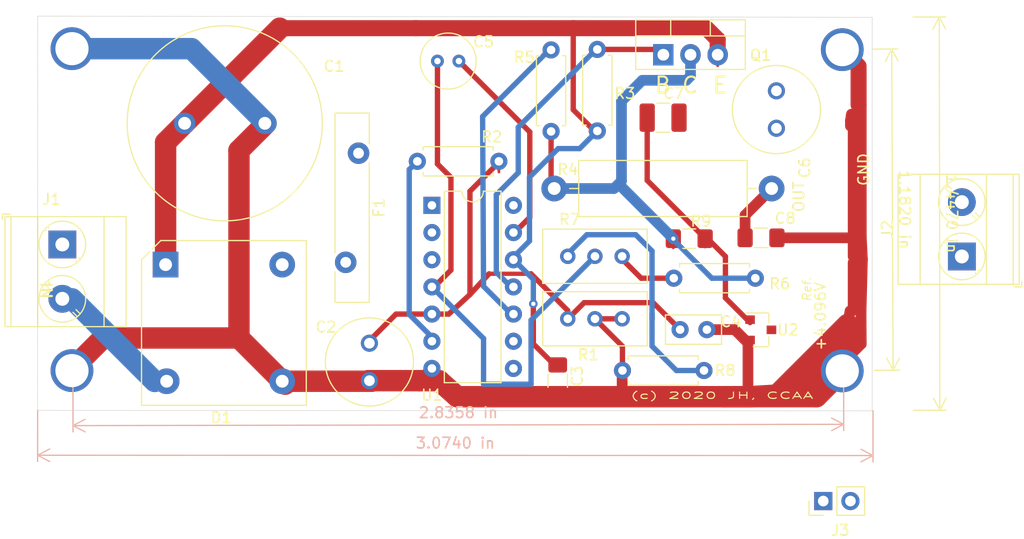
<source format=kicad_pcb>
(kicad_pcb (version 20171130) (host pcbnew 5.1.6+dfsg1-1)

  (general
    (thickness 1.6)
    (drawings 17)
    (tracks 216)
    (zones 0)
    (modules 25)
    (nets 17)
  )

  (page A4)
  (layers
    (0 F.Cu signal)
    (31 B.Cu signal)
    (32 B.Adhes user)
    (33 F.Adhes user)
    (34 B.Paste user)
    (35 F.Paste user)
    (36 B.SilkS user)
    (37 F.SilkS user)
    (38 B.Mask user)
    (39 F.Mask user)
    (40 Dwgs.User user)
    (41 Cmts.User user)
    (42 Eco1.User user)
    (43 Eco2.User user)
    (44 Edge.Cuts user)
    (45 Margin user)
    (46 B.CrtYd user)
    (47 F.CrtYd user)
    (48 B.Fab user hide)
    (49 F.Fab user hide)
  )

  (setup
    (last_trace_width 0.25)
    (trace_clearance 0.2)
    (zone_clearance 0.508)
    (zone_45_only no)
    (trace_min 0.2)
    (via_size 0.8)
    (via_drill 0.4)
    (via_min_size 0.4)
    (via_min_drill 0.3)
    (uvia_size 0.3)
    (uvia_drill 0.1)
    (uvias_allowed no)
    (uvia_min_size 0.2)
    (uvia_min_drill 0.1)
    (edge_width 0.05)
    (segment_width 0.2)
    (pcb_text_width 0.3)
    (pcb_text_size 1.5 1.5)
    (mod_edge_width 0.12)
    (mod_text_size 1 1)
    (mod_text_width 0.15)
    (pad_size 2 2)
    (pad_drill 1.5)
    (pad_to_mask_clearance 0.051)
    (solder_mask_min_width 0.25)
    (aux_axis_origin 121.3104 62.7126)
    (grid_origin 123.6472 59.944)
    (visible_elements FFFFFF7F)
    (pcbplotparams
      (layerselection 0x010fc_ffffffff)
      (usegerberextensions false)
      (usegerberattributes false)
      (usegerberadvancedattributes false)
      (creategerberjobfile false)
      (excludeedgelayer true)
      (linewidth 0.100000)
      (plotframeref false)
      (viasonmask false)
      (mode 1)
      (useauxorigin false)
      (hpglpennumber 1)
      (hpglpenspeed 20)
      (hpglpendiameter 15.000000)
      (psnegative false)
      (psa4output false)
      (plotreference true)
      (plotvalue true)
      (plotinvisibletext false)
      (padsonsilk false)
      (subtractmaskfromsilk false)
      (outputformat 1)
      (mirror false)
      (drillshape 0)
      (scaleselection 1)
      (outputdirectory "gerber/"))
  )

  (net 0 "")
  (net 1 GND)
  (net 2 "Net-(R2-Pad1)")
  (net 3 "Net-(C1-Pad1)")
  (net 4 "Net-(Q1-Pad1)")
  (net 5 "Net-(C2-Pad1)")
  (net 6 "Net-(Q1-Pad2)")
  (net 7 "Net-(C5-Pad2)")
  (net 8 "Net-(C5-Pad1)")
  (net 9 "Net-(C6-Pad1)")
  (net 10 "Net-(C7-Pad1)")
  (net 11 "Net-(D1-Pad2)")
  (net 12 "Net-(D1-Pad4)")
  (net 13 "Net-(F1-Pad1)")
  (net 14 "Net-(R5-Pad2)")
  (net 15 "Net-(R6-Pad2)")
  (net 16 "Net-(R7-Pad1)")

  (net_class Default "This is the default net class."
    (clearance 0.2)
    (trace_width 0.25)
    (via_dia 0.8)
    (via_drill 0.4)
    (uvia_dia 0.3)
    (uvia_drill 0.1)
    (add_net GND)
    (add_net "Net-(C1-Pad1)")
    (add_net "Net-(C2-Pad1)")
    (add_net "Net-(C5-Pad1)")
    (add_net "Net-(C5-Pad2)")
    (add_net "Net-(C6-Pad1)")
    (add_net "Net-(C7-Pad1)")
    (add_net "Net-(D1-Pad2)")
    (add_net "Net-(D1-Pad4)")
    (add_net "Net-(F1-Pad1)")
    (add_net "Net-(Q1-Pad1)")
    (add_net "Net-(Q1-Pad2)")
    (add_net "Net-(R2-Pad1)")
    (add_net "Net-(R5-Pad2)")
    (add_net "Net-(R6-Pad2)")
    (add_net "Net-(R7-Pad1)")
    (add_net "Net-(U1-Pad1)")
    (add_net "Net-(U1-Pad14)")
    (add_net "Net-(U1-Pad2)")
    (add_net "Net-(U1-Pad3)")
    (add_net "Net-(U1-Pad8)")
    (add_net "Net-(U1-Pad9)")
  )

  (module TerminalBlock_Phoenix:TerminalBlock_Phoenix_MKDS-3-2-5.08_1x02_P5.08mm_Horizontal (layer F.Cu) (tedit 5B294F11) (tstamp 5F1691F1)
    (at 132.0292 82.296 90)
    (descr "Terminal Block Phoenix MKDS-3-2-5.08, 2 pins, pitch 5.08mm, size 10.2x11.2mm^2, drill diamater 1.3mm, pad diameter 2.6mm, see http://www.farnell.com/datasheets/2138224.pdf, script-generated using https://github.com/pointhi/kicad-footprint-generator/scripts/TerminalBlock_Phoenix")
    (tags "THT Terminal Block Phoenix MKDS-3-2-5.08 pitch 5.08mm size 10.2x11.2mm^2 drill 1.3mm pad 2.6mm")
    (path /5F16A6BD)
    (fp_text reference J2 (at 2.54 -6.96 90) (layer F.SilkS)
      (effects (font (size 1 1) (thickness 0.15)))
    )
    (fp_text value Conn_01x02_Female (at 2.54 6.36 90) (layer F.Fab)
      (effects (font (size 1 1) (thickness 0.15)))
    )
    (fp_text user %R (at 2.54 3.1 90) (layer F.Fab)
      (effects (font (size 1 1) (thickness 0.15)))
    )
    (fp_circle (center 0 0) (end 2 0) (layer F.Fab) (width 0.1))
    (fp_circle (center 0 0) (end 2.18 0) (layer F.SilkS) (width 0.12))
    (fp_circle (center 5.08 0) (end 7.08 0) (layer F.Fab) (width 0.1))
    (fp_circle (center 5.08 0) (end 7.26 0) (layer F.SilkS) (width 0.12))
    (fp_line (start -2.54 -5.9) (end 7.62 -5.9) (layer F.Fab) (width 0.1))
    (fp_line (start 7.62 -5.9) (end 7.62 5.3) (layer F.Fab) (width 0.1))
    (fp_line (start 7.62 5.3) (end -2.04 5.3) (layer F.Fab) (width 0.1))
    (fp_line (start -2.04 5.3) (end -2.54 4.8) (layer F.Fab) (width 0.1))
    (fp_line (start -2.54 4.8) (end -2.54 -5.9) (layer F.Fab) (width 0.1))
    (fp_line (start -2.54 4.8) (end 7.62 4.8) (layer F.Fab) (width 0.1))
    (fp_line (start -2.6 4.8) (end 7.68 4.8) (layer F.SilkS) (width 0.12))
    (fp_line (start -2.54 2.3) (end 7.62 2.3) (layer F.Fab) (width 0.1))
    (fp_line (start -2.6 2.3) (end 7.68 2.3) (layer F.SilkS) (width 0.12))
    (fp_line (start -2.54 -3.9) (end 7.62 -3.9) (layer F.Fab) (width 0.1))
    (fp_line (start -2.6 -3.9) (end 7.68 -3.9) (layer F.SilkS) (width 0.12))
    (fp_line (start -2.6 -5.96) (end 7.68 -5.96) (layer F.SilkS) (width 0.12))
    (fp_line (start -2.6 5.36) (end 7.68 5.36) (layer F.SilkS) (width 0.12))
    (fp_line (start -2.6 -5.96) (end -2.6 5.36) (layer F.SilkS) (width 0.12))
    (fp_line (start 7.68 -5.96) (end 7.68 5.36) (layer F.SilkS) (width 0.12))
    (fp_line (start 1.517 -1.273) (end -1.273 1.517) (layer F.Fab) (width 0.1))
    (fp_line (start 1.273 -1.517) (end -1.517 1.273) (layer F.Fab) (width 0.1))
    (fp_line (start 1.654 -1.388) (end 1.547 -1.281) (layer F.SilkS) (width 0.12))
    (fp_line (start -1.282 1.547) (end -1.388 1.654) (layer F.SilkS) (width 0.12))
    (fp_line (start 1.388 -1.654) (end 1.281 -1.547) (layer F.SilkS) (width 0.12))
    (fp_line (start -1.548 1.281) (end -1.654 1.388) (layer F.SilkS) (width 0.12))
    (fp_line (start 6.597 -1.273) (end 3.808 1.517) (layer F.Fab) (width 0.1))
    (fp_line (start 6.353 -1.517) (end 3.564 1.273) (layer F.Fab) (width 0.1))
    (fp_line (start 6.734 -1.388) (end 6.339 -0.992) (layer F.SilkS) (width 0.12))
    (fp_line (start 4.073 1.274) (end 3.693 1.654) (layer F.SilkS) (width 0.12))
    (fp_line (start 6.468 -1.654) (end 6.088 -1.274) (layer F.SilkS) (width 0.12))
    (fp_line (start 3.822 0.992) (end 3.427 1.388) (layer F.SilkS) (width 0.12))
    (fp_line (start -2.84 4.86) (end -2.84 5.6) (layer F.SilkS) (width 0.12))
    (fp_line (start -2.84 5.6) (end -2.34 5.6) (layer F.SilkS) (width 0.12))
    (fp_line (start -3.04 -6.4) (end -3.04 5.8) (layer F.CrtYd) (width 0.05))
    (fp_line (start -3.04 5.8) (end 8.13 5.8) (layer F.CrtYd) (width 0.05))
    (fp_line (start 8.13 5.8) (end 8.13 -6.4) (layer F.CrtYd) (width 0.05))
    (fp_line (start 8.13 -6.4) (end -3.04 -6.4) (layer F.CrtYd) (width 0.05))
    (pad 2 thru_hole circle (at 5.08 0 90) (size 2.6 2.6) (drill 1.3) (layers *.Cu *.Mask)
      (net 9 "Net-(C6-Pad1)"))
    (pad 1 thru_hole rect (at 0 0 90) (size 2.6 2.6) (drill 1.3) (layers *.Cu *.Mask)
      (net 1 GND))
    (model ${KISYS3DMOD}/TerminalBlock_Phoenix.3dshapes/TerminalBlock_Phoenix_MKDS-3-2-5.08_1x02_P5.08mm_Horizontal.wrl
      (at (xyz 0 0 0))
      (scale (xyz 1 1 1))
      (rotate (xyz 0 0 0))
    )
  )

  (module Capacitor_THT:C_Radial_D18.0mm_H35.5mm_P7.50mm (layer F.Cu) (tedit 5E7E503D) (tstamp 5E691E75)
    (at 59.3852 69.85)
    (descr "C, Radial series, Radial, pin pitch=7.50mm, diameter=18mm, height=35.5mm, Non-Polar Electrolytic Capacitor")
    (tags "C Radial series Radial pin pitch 7.50mm diameter 18mm height 35.5mm Non-Polar Electrolytic Capacitor")
    (path /5E225FDB)
    (fp_text reference C1 (at 13.97 -5.334) (layer F.SilkS)
      (effects (font (size 1 1) (thickness 0.15)))
    )
    (fp_text value 4700u (at 10.4418 0 270) (layer F.Fab)
      (effects (font (size 1 1) (thickness 0.15)))
    )
    (fp_circle (center 3.75 0) (end 12.75 0) (layer F.Fab) (width 0.1))
    (fp_circle (center 3.75 0) (end 12.87 0) (layer F.SilkS) (width 0.12))
    (fp_circle (center 3.75 0) (end 13 0) (layer F.CrtYd) (width 0.05))
    (fp_text user %R (at 8.0772 -2.794 270) (layer F.Fab)
      (effects (font (size 1 1) (thickness 0.15)))
    )
    (pad 2 thru_hole circle (at 7.5 0) (size 2 2) (drill 1.2) (layers *.Cu *.Mask)
      (net 1 GND))
    (pad 1 thru_hole circle (at 0 0) (size 2 2) (drill 1.2) (layers *.Cu *.Mask)
      (net 3 "Net-(C1-Pad1)"))
    (model ${KISYS3DMOD}/Capacitor_THT.3dshapes/C_Radial_D18.0mm_H35.5mm_P7.50mm.wrl
      (at (xyz 0 0 0))
      (scale (xyz 1 1 1))
      (rotate (xyz 0 0 0))
    )
  )

  (module Diode_THT:Diode_Bridge_15.2x15.2x6.3mm_P10.9mm (layer F.Cu) (tedit 5A50BF8C) (tstamp 5F15F77A)
    (at 57.6072 83.058)
    (descr "Single phase bridge rectifier case 15.2x15.2mm, pitch 10.9mm, see https://diotec.com/tl_files/diotec/files/pdf/datasheets/kbpc600.pdf")
    (tags "Diode Bridge KBPC6xx")
    (path /5E672780)
    (fp_text reference D1 (at 5.2 14.3 180) (layer F.SilkS)
      (effects (font (size 1 1) (thickness 0.15)))
    )
    (fp_text value D_Bridge_+-AA (at 5.2 -3.2 180) (layer F.Fab)
      (effects (font (size 1 1) (thickness 0.15)))
    )
    (fp_line (start -2.15 -0.45) (end -0.45 -2.15) (layer F.Fab) (width 0.12))
    (fp_line (start -0.45 -2.15) (end 13.05 -2.15) (layer F.Fab) (width 0.12))
    (fp_line (start 13.05 -2.15) (end 13.05 13.05) (layer F.Fab) (width 0.12))
    (fp_line (start 13.05 13.05) (end -2.15 13.05) (layer F.Fab) (width 0.12))
    (fp_line (start -2.15 13.05) (end -2.15 -0.45) (layer F.Fab) (width 0.12))
    (fp_line (start 13.3 -2.4) (end 13.3 13.3) (layer F.CrtYd) (width 0.05))
    (fp_line (start 13.3 13.3) (end -2.4 13.3) (layer F.CrtYd) (width 0.05))
    (fp_line (start -2.4 13.3) (end -2.4 -0.5) (layer F.CrtYd) (width 0.05))
    (fp_line (start -2.4 -0.5) (end -0.5 -2.4) (layer F.CrtYd) (width 0.05))
    (fp_line (start -0.5 -2.4) (end 13.3 -2.4) (layer F.CrtYd) (width 0.05))
    (fp_line (start -2.25 -0.45) (end -1.5 -1.2) (layer F.SilkS) (width 0.12))
    (fp_line (start -1.2 -1.5) (end -0.45 -2.25) (layer F.SilkS) (width 0.12))
    (fp_line (start -0.45 -2.25) (end 13.15 -2.25) (layer F.SilkS) (width 0.12))
    (fp_line (start 13.15 -2.25) (end 13.15 13.15) (layer F.SilkS) (width 0.12))
    (fp_line (start 13.15 13.15) (end -2.25 13.15) (layer F.SilkS) (width 0.12))
    (fp_line (start -2.25 13.15) (end -2.25 -0.45) (layer F.SilkS) (width 0.12))
    (fp_text user %R (at 5.2 5.415 180) (layer F.Fab)
      (effects (font (size 1 1) (thickness 0.15)))
    )
    (pad 2 thru_hole circle (at 0.1 10.9 180) (size 2.4 2.4) (drill 1.2) (layers *.Cu *.Mask)
      (net 11 "Net-(D1-Pad2)"))
    (pad 1 thru_hole rect (at 0 0 180) (size 2.4 2.4) (drill 1.2) (layers *.Cu *.Mask)
      (net 3 "Net-(C1-Pad1)"))
    (pad 4 thru_hole circle (at 10.9 0 180) (size 2.4 2.4) (drill 1.2) (layers *.Cu *.Mask)
      (net 12 "Net-(D1-Pad4)"))
    (pad 3 thru_hole circle (at 10.9 10.9 180) (size 2.4 2.4) (drill 1.2) (layers *.Cu *.Mask)
      (net 1 GND))
    (model ${KISYS3DMOD}/Diode_THT.3dshapes/Diode_Bridge_15.2x15.2x6.3mm_P10.9mm.wrl
      (at (xyz 0 0 0))
      (scale (xyz 1 1 1))
      (rotate (xyz 0 0 0))
    )
  )

  (module Fuse:Fuse_Bourns_MF-RHT1000 (layer F.Cu) (tedit 5B8F0E50) (tstamp 5E63EEA1)
    (at 75.6412 72.644 270)
    (descr "PTC Resettable Fuse, Ihold = 10.0A, Itrip=18.5A, http://www.bourns.com/docs/product-datasheets/mfrht.pdf")
    (tags "ptc resettable fuse polyfuse THT")
    (path /5E66FC2C)
    (fp_text reference F1 (at 5.1 -1.9 90) (layer F.SilkS)
      (effects (font (size 1 1) (thickness 0.15)))
    )
    (fp_text value Fuse (at 5.1 3.1 90) (layer F.Fab)
      (effects (font (size 1 1) (thickness 0.15)))
    )
    (fp_line (start -3.65 -0.9) (end -3.65 2.1) (layer F.Fab) (width 0.1))
    (fp_line (start -3.65 2.1) (end 13.85 2.1) (layer F.Fab) (width 0.1))
    (fp_line (start 13.85 2.1) (end 13.85 -0.9) (layer F.Fab) (width 0.1))
    (fp_line (start 13.85 -0.9) (end -3.65 -0.9) (layer F.Fab) (width 0.1))
    (fp_line (start -3.751 -1) (end -0.879 -1) (layer F.SilkS) (width 0.12))
    (fp_line (start 0.879 -1) (end 13.95 -1) (layer F.SilkS) (width 0.12))
    (fp_line (start -3.751 2.2) (end 9.322 2.2) (layer F.SilkS) (width 0.12))
    (fp_line (start 11.079 2.2) (end 13.95 2.2) (layer F.SilkS) (width 0.12))
    (fp_line (start -3.751 -1) (end -3.751 2.2) (layer F.SilkS) (width 0.12))
    (fp_line (start 13.95 -1) (end 13.95 2.2) (layer F.SilkS) (width 0.12))
    (fp_line (start -3.9 -1.15) (end -3.9 2.35) (layer F.CrtYd) (width 0.05))
    (fp_line (start -3.9 2.35) (end 14.1 2.35) (layer F.CrtYd) (width 0.05))
    (fp_line (start 14.1 2.35) (end 14.1 -1.15) (layer F.CrtYd) (width 0.05))
    (fp_line (start 14.1 -1.15) (end -3.9 -1.15) (layer F.CrtYd) (width 0.05))
    (fp_text user %R (at 5.1 0.6 90) (layer F.Fab)
      (effects (font (size 1 1) (thickness 0.15)))
    )
    (pad 2 thru_hole circle (at 10.2 1.2 270) (size 2.01 2.01) (drill 1.01) (layers *.Cu *.Mask)
      (net 12 "Net-(D1-Pad4)"))
    (pad 1 thru_hole circle (at 0 0 270) (size 2.01 2.01) (drill 1.01) (layers *.Cu *.Mask)
      (net 13 "Net-(F1-Pad1)"))
    (model ${KISYS3DMOD}/Fuse.3dshapes/Fuse_Bourns_MF-RHT1000.wrl
      (at (xyz 0 0 0))
      (scale (xyz 1 1 1))
      (rotate (xyz 0 0 0))
    )
  )

  (module TerminalBlock_Phoenix:TerminalBlock_Phoenix_MKDS-3-2-5.08_1x02_P5.08mm_Horizontal (layer F.Cu) (tedit 5B294F11) (tstamp 5E6453DD)
    (at 47.9552 81.174 270)
    (descr "Terminal Block Phoenix MKDS-3-2-5.08, 2 pins, pitch 5.08mm, size 10.2x11.2mm^2, drill diamater 1.3mm, pad diameter 2.6mm, see http://www.farnell.com/datasheets/2138224.pdf, script-generated using https://github.com/pointhi/kicad-footprint-generator/scripts/TerminalBlock_Phoenix")
    (tags "THT Terminal Block Phoenix MKDS-3-2-5.08 pitch 5.08mm size 10.2x11.2mm^2 drill 1.3mm pad 2.6mm")
    (path /5E20A2EE)
    (fp_text reference J1 (at -4.212 1.016 180) (layer F.SilkS)
      (effects (font (size 1 1) (thickness 0.15)))
    )
    (fp_text value Conn_01x02_Female (at 2.54 6.36 90) (layer F.Fab)
      (effects (font (size 1 1) (thickness 0.15)))
    )
    (fp_line (start 8.13 -6.4) (end -3.04 -6.4) (layer F.CrtYd) (width 0.05))
    (fp_line (start 8.13 5.8) (end 8.13 -6.4) (layer F.CrtYd) (width 0.05))
    (fp_line (start -3.04 5.8) (end 8.13 5.8) (layer F.CrtYd) (width 0.05))
    (fp_line (start -3.04 -6.4) (end -3.04 5.8) (layer F.CrtYd) (width 0.05))
    (fp_line (start -2.84 5.6) (end -2.34 5.6) (layer F.SilkS) (width 0.12))
    (fp_line (start -2.84 4.86) (end -2.84 5.6) (layer F.SilkS) (width 0.12))
    (fp_line (start 3.822 0.992) (end 3.427 1.388) (layer F.SilkS) (width 0.12))
    (fp_line (start 6.468 -1.654) (end 6.088 -1.274) (layer F.SilkS) (width 0.12))
    (fp_line (start 4.073 1.274) (end 3.693 1.654) (layer F.SilkS) (width 0.12))
    (fp_line (start 6.734 -1.388) (end 6.339 -0.992) (layer F.SilkS) (width 0.12))
    (fp_line (start 6.353 -1.517) (end 3.564 1.273) (layer F.Fab) (width 0.1))
    (fp_line (start 6.597 -1.273) (end 3.808 1.517) (layer F.Fab) (width 0.1))
    (fp_line (start -1.548 1.281) (end -1.654 1.388) (layer F.SilkS) (width 0.12))
    (fp_line (start 1.388 -1.654) (end 1.281 -1.547) (layer F.SilkS) (width 0.12))
    (fp_line (start -1.282 1.547) (end -1.388 1.654) (layer F.SilkS) (width 0.12))
    (fp_line (start 1.654 -1.388) (end 1.547 -1.281) (layer F.SilkS) (width 0.12))
    (fp_line (start 1.273 -1.517) (end -1.517 1.273) (layer F.Fab) (width 0.1))
    (fp_line (start 1.517 -1.273) (end -1.273 1.517) (layer F.Fab) (width 0.1))
    (fp_line (start 7.68 -5.96) (end 7.68 5.36) (layer F.SilkS) (width 0.12))
    (fp_line (start -2.6 -5.96) (end -2.6 5.36) (layer F.SilkS) (width 0.12))
    (fp_line (start -2.6 5.36) (end 7.68 5.36) (layer F.SilkS) (width 0.12))
    (fp_line (start -2.6 -5.96) (end 7.68 -5.96) (layer F.SilkS) (width 0.12))
    (fp_line (start -2.6 -3.9) (end 7.68 -3.9) (layer F.SilkS) (width 0.12))
    (fp_line (start -2.54 -3.9) (end 7.62 -3.9) (layer F.Fab) (width 0.1))
    (fp_line (start -2.6 2.3) (end 7.68 2.3) (layer F.SilkS) (width 0.12))
    (fp_line (start -2.54 2.3) (end 7.62 2.3) (layer F.Fab) (width 0.1))
    (fp_line (start -2.6 4.8) (end 7.68 4.8) (layer F.SilkS) (width 0.12))
    (fp_line (start -2.54 4.8) (end 7.62 4.8) (layer F.Fab) (width 0.1))
    (fp_line (start -2.54 4.8) (end -2.54 -5.9) (layer F.Fab) (width 0.1))
    (fp_line (start -2.04 5.3) (end -2.54 4.8) (layer F.Fab) (width 0.1))
    (fp_line (start 7.62 5.3) (end -2.04 5.3) (layer F.Fab) (width 0.1))
    (fp_line (start 7.62 -5.9) (end 7.62 5.3) (layer F.Fab) (width 0.1))
    (fp_line (start -2.54 -5.9) (end 7.62 -5.9) (layer F.Fab) (width 0.1))
    (fp_circle (center 5.08 0) (end 7.26 0) (layer F.SilkS) (width 0.12))
    (fp_circle (center 5.08 0) (end 7.08 0) (layer F.Fab) (width 0.1))
    (fp_circle (center 0 0) (end 2.18 0) (layer F.SilkS) (width 0.12))
    (fp_circle (center 0 0) (end 2 0) (layer F.Fab) (width 0.1))
    (fp_text user %R (at 2.54 3.1 90) (layer F.Fab)
      (effects (font (size 1 1) (thickness 0.15)))
    )
    (pad 2 thru_hole circle (at 5.08 0 270) (size 2.6 2.6) (drill 1.3) (layers *.Cu *.Mask)
      (net 11 "Net-(D1-Pad2)"))
    (pad 1 thru_hole rect (at 0 0 270) (size 2.6 2.6) (drill 1.3) (layers *.Cu *.Mask)
      (net 13 "Net-(F1-Pad1)"))
    (model ${KISYS3DMOD}/TerminalBlock_Phoenix.3dshapes/TerminalBlock_Phoenix_MKDS-3-2-5.08_1x02_P5.08mm_Horizontal.wrl
      (at (xyz 0 0 0))
      (scale (xyz 1 1 1))
      (rotate (xyz 0 0 0))
    )
  )

  (module Resistor_THT:R_Axial_DIN0207_L6.3mm_D2.5mm_P7.62mm_Horizontal (layer F.Cu) (tedit 5AE5139B) (tstamp 5E681C25)
    (at 112.7252 84.328 180)
    (descr "Resistor, Axial_DIN0207 series, Axial, Horizontal, pin pitch=7.62mm, 0.25W = 1/4W, length*diameter=6.3*2.5mm^2, http://cdn-reichelt.de/documents/datenblatt/B400/1_4W%23YAG.pdf")
    (tags "Resistor Axial_DIN0207 series Axial Horizontal pin pitch 7.62mm 0.25W = 1/4W length 6.3mm diameter 2.5mm")
    (path /5E2363D3)
    (fp_text reference R6 (at -2.286 -0.508) (layer F.SilkS)
      (effects (font (size 1 1) (thickness 0.15)))
    )
    (fp_text value 1k5 (at 3.81 2.37) (layer F.Fab)
      (effects (font (size 1 1) (thickness 0.15)))
    )
    (fp_line (start 0.66 -1.25) (end 0.66 1.25) (layer F.Fab) (width 0.1))
    (fp_line (start 0.66 1.25) (end 6.96 1.25) (layer F.Fab) (width 0.1))
    (fp_line (start 6.96 1.25) (end 6.96 -1.25) (layer F.Fab) (width 0.1))
    (fp_line (start 6.96 -1.25) (end 0.66 -1.25) (layer F.Fab) (width 0.1))
    (fp_line (start 0 0) (end 0.66 0) (layer F.Fab) (width 0.1))
    (fp_line (start 7.62 0) (end 6.96 0) (layer F.Fab) (width 0.1))
    (fp_line (start 0.54 -1.04) (end 0.54 -1.37) (layer F.SilkS) (width 0.12))
    (fp_line (start 0.54 -1.37) (end 7.08 -1.37) (layer F.SilkS) (width 0.12))
    (fp_line (start 7.08 -1.37) (end 7.08 -1.04) (layer F.SilkS) (width 0.12))
    (fp_line (start 0.54 1.04) (end 0.54 1.37) (layer F.SilkS) (width 0.12))
    (fp_line (start 0.54 1.37) (end 7.08 1.37) (layer F.SilkS) (width 0.12))
    (fp_line (start 7.08 1.37) (end 7.08 1.04) (layer F.SilkS) (width 0.12))
    (fp_line (start -1.05 -1.5) (end -1.05 1.5) (layer F.CrtYd) (width 0.05))
    (fp_line (start -1.05 1.5) (end 8.67 1.5) (layer F.CrtYd) (width 0.05))
    (fp_line (start 8.67 1.5) (end 8.67 -1.5) (layer F.CrtYd) (width 0.05))
    (fp_line (start 8.67 -1.5) (end -1.05 -1.5) (layer F.CrtYd) (width 0.05))
    (fp_text user %R (at 3.81 0) (layer F.Fab)
      (effects (font (size 1 1) (thickness 0.15)))
    )
    (pad 2 thru_hole oval (at 7.62 0 180) (size 1.6 1.6) (drill 0.8) (layers *.Cu *.Mask)
      (net 15 "Net-(R6-Pad2)"))
    (pad 1 thru_hole circle (at 0 0 180) (size 1.6 1.6) (drill 0.8) (layers *.Cu *.Mask)
      (net 6 "Net-(Q1-Pad2)"))
    (model ${KISYS3DMOD}/Resistor_THT.3dshapes/R_Axial_DIN0207_L6.3mm_D2.5mm_P7.62mm_Horizontal.wrl
      (at (xyz 0 0 0))
      (scale (xyz 1 1 1))
      (rotate (xyz 0 0 0))
    )
  )

  (module Resistor_THT:R_Axial_DIN0516_L15.5mm_D5.0mm_P20.32mm_Horizontal (layer F.Cu) (tedit 5AE5139B) (tstamp 5E681BE2)
    (at 114.2492 75.946 180)
    (descr "Resistor, Axial_DIN0516 series, Axial, Horizontal, pin pitch=20.32mm, 2W, length*diameter=15.5*5mm^2, http://cdn-reichelt.de/documents/datenblatt/B400/1_4W%23YAG.pdf")
    (tags "Resistor Axial_DIN0516 series Axial Horizontal pin pitch 20.32mm 2W length 15.5mm diameter 5mm")
    (path /5E6559FA)
    (fp_text reference R4 (at 19.05 1.778) (layer F.SilkS)
      (effects (font (size 1 1) (thickness 0.15)))
    )
    (fp_text value 2R7 (at 10.16 3.62) (layer F.Fab)
      (effects (font (size 1 1) (thickness 0.15)))
    )
    (fp_line (start 2.41 -2.5) (end 2.41 2.5) (layer F.Fab) (width 0.1))
    (fp_line (start 2.41 2.5) (end 17.91 2.5) (layer F.Fab) (width 0.1))
    (fp_line (start 17.91 2.5) (end 17.91 -2.5) (layer F.Fab) (width 0.1))
    (fp_line (start 17.91 -2.5) (end 2.41 -2.5) (layer F.Fab) (width 0.1))
    (fp_line (start 0 0) (end 2.41 0) (layer F.Fab) (width 0.1))
    (fp_line (start 20.32 0) (end 17.91 0) (layer F.Fab) (width 0.1))
    (fp_line (start 2.29 -2.62) (end 2.29 2.62) (layer F.SilkS) (width 0.12))
    (fp_line (start 2.29 2.62) (end 18.03 2.62) (layer F.SilkS) (width 0.12))
    (fp_line (start 18.03 2.62) (end 18.03 -2.62) (layer F.SilkS) (width 0.12))
    (fp_line (start 18.03 -2.62) (end 2.29 -2.62) (layer F.SilkS) (width 0.12))
    (fp_line (start 1.44 0) (end 2.29 0) (layer F.SilkS) (width 0.12))
    (fp_line (start 18.88 0) (end 18.03 0) (layer F.SilkS) (width 0.12))
    (fp_line (start -1.45 -2.75) (end -1.45 2.75) (layer F.CrtYd) (width 0.05))
    (fp_line (start -1.45 2.75) (end 21.77 2.75) (layer F.CrtYd) (width 0.05))
    (fp_line (start 21.77 2.75) (end 21.77 -2.75) (layer F.CrtYd) (width 0.05))
    (fp_line (start 21.77 -2.75) (end -1.45 -2.75) (layer F.CrtYd) (width 0.05))
    (fp_text user %R (at 10.16 0) (layer F.Fab)
      (effects (font (size 1 1) (thickness 0.15)))
    )
    (pad 2 thru_hole oval (at 20.32 0 180) (size 2.4 2.4) (drill 1.2) (layers *.Cu *.Mask)
      (net 6 "Net-(Q1-Pad2)"))
    (pad 1 thru_hole circle (at 0 0 180) (size 2.4 2.4) (drill 1.2) (layers *.Cu *.Mask)
      (net 9 "Net-(C6-Pad1)"))
    (model ${KISYS3DMOD}/Resistor_THT.3dshapes/R_Axial_DIN0516_L15.5mm_D5.0mm_P20.32mm_Horizontal.wrl
      (at (xyz 0 0 0))
      (scale (xyz 1 1 1))
      (rotate (xyz 0 0 0))
    )
  )

  (module Potentiometer_THT:Potentiometer_Bourns_3296W_Vertical (layer F.Cu) (tedit 5A3D4994) (tstamp 5E2750C1)
    (at 95.1972 82.284 180)
    (descr "Potentiometer, vertical, Bourns 3296W, https://www.bourns.com/pdfs/3296.pdf")
    (tags "Potentiometer vertical Bourns 3296W")
    (path /5E236EE1)
    (fp_text reference R7 (at -0.16 3.45) (layer F.SilkS)
      (effects (font (size 1 1) (thickness 0.15)))
    )
    (fp_text value 4k7 (at -5.83 1.66) (layer F.Fab)
      (effects (font (size 1 1) (thickness 0.15)))
    )
    (fp_circle (center 0.955 1.15) (end 2.05 1.15) (layer F.Fab) (width 0.1))
    (fp_line (start -7.305 -2.41) (end -7.305 2.42) (layer F.Fab) (width 0.1))
    (fp_line (start -7.305 2.42) (end 2.225 2.42) (layer F.Fab) (width 0.1))
    (fp_line (start 2.225 2.42) (end 2.225 -2.41) (layer F.Fab) (width 0.1))
    (fp_line (start 2.225 -2.41) (end -7.305 -2.41) (layer F.Fab) (width 0.1))
    (fp_line (start 0.955 2.235) (end 0.956 0.066) (layer F.Fab) (width 0.1))
    (fp_line (start 0.955 2.235) (end 0.956 0.066) (layer F.Fab) (width 0.1))
    (fp_line (start -7.425 -2.53) (end 2.345 -2.53) (layer F.SilkS) (width 0.12))
    (fp_line (start -7.425 2.54) (end 2.345 2.54) (layer F.SilkS) (width 0.12))
    (fp_line (start -7.425 -2.53) (end -7.425 2.54) (layer F.SilkS) (width 0.12))
    (fp_line (start 2.345 -2.53) (end 2.345 2.54) (layer F.SilkS) (width 0.12))
    (fp_line (start -7.6 -2.7) (end -7.6 2.7) (layer F.CrtYd) (width 0.05))
    (fp_line (start -7.6 2.7) (end 2.5 2.7) (layer F.CrtYd) (width 0.05))
    (fp_line (start 2.5 2.7) (end 2.5 -2.7) (layer F.CrtYd) (width 0.05))
    (fp_line (start 2.5 -2.7) (end -7.6 -2.7) (layer F.CrtYd) (width 0.05))
    (fp_text user %R (at -3.175 0.005) (layer F.Fab)
      (effects (font (size 1 1) (thickness 0.15)))
    )
    (pad 3 thru_hole circle (at -5.08 0 180) (size 1.44 1.44) (drill 0.8) (layers *.Cu *.Mask)
      (net 15 "Net-(R6-Pad2)"))
    (pad 2 thru_hole circle (at -2.54 0 180) (size 1.44 1.44) (drill 0.8) (layers *.Cu *.Mask)
      (net 8 "Net-(C5-Pad1)"))
    (pad 1 thru_hole circle (at 0 0 180) (size 1.44 1.44) (drill 0.8) (layers *.Cu *.Mask)
      (net 16 "Net-(R7-Pad1)"))
    (model ${KISYS3DMOD}/Potentiometer_THT.3dshapes/Potentiometer_Bourns_3296W_Vertical.wrl
      (at (xyz 0 0 0))
      (scale (xyz 1 1 1))
      (rotate (xyz 0 0 0))
    )
  )

  (module Potentiometer_THT:Potentiometer_Bourns_3296W_Vertical (layer F.Cu) (tedit 5A3D4994) (tstamp 5E27506A)
    (at 95.1972 88.124 180)
    (descr "Potentiometer, vertical, Bourns 3296W, https://www.bourns.com/pdfs/3296.pdf")
    (tags "Potentiometer vertical Bourns 3296W")
    (path /5E657629)
    (fp_text reference R1 (at -1.92 -3.36) (layer F.SilkS)
      (effects (font (size 1 1) (thickness 0.15)))
    )
    (fp_text value 4k7 (at -5.55 1.7) (layer F.Fab)
      (effects (font (size 1 1) (thickness 0.15)))
    )
    (fp_circle (center 0.955 1.15) (end 2.05 1.15) (layer F.Fab) (width 0.1))
    (fp_line (start -7.305 -2.41) (end -7.305 2.42) (layer F.Fab) (width 0.1))
    (fp_line (start -7.305 2.42) (end 2.225 2.42) (layer F.Fab) (width 0.1))
    (fp_line (start 2.225 2.42) (end 2.225 -2.41) (layer F.Fab) (width 0.1))
    (fp_line (start 2.225 -2.41) (end -7.305 -2.41) (layer F.Fab) (width 0.1))
    (fp_line (start 0.955 2.235) (end 0.956 0.066) (layer F.Fab) (width 0.1))
    (fp_line (start 0.955 2.235) (end 0.956 0.066) (layer F.Fab) (width 0.1))
    (fp_line (start -7.425 -2.53) (end 2.345 -2.53) (layer F.SilkS) (width 0.12))
    (fp_line (start -7.425 2.54) (end 2.345 2.54) (layer F.SilkS) (width 0.12))
    (fp_line (start -7.425 -2.53) (end -7.425 2.54) (layer F.SilkS) (width 0.12))
    (fp_line (start 2.345 -2.53) (end 2.345 2.54) (layer F.SilkS) (width 0.12))
    (fp_line (start -7.6 -2.7) (end -7.6 2.7) (layer F.CrtYd) (width 0.05))
    (fp_line (start -7.6 2.7) (end 2.5 2.7) (layer F.CrtYd) (width 0.05))
    (fp_line (start 2.5 2.7) (end 2.5 -2.7) (layer F.CrtYd) (width 0.05))
    (fp_line (start 2.5 -2.7) (end -7.6 -2.7) (layer F.CrtYd) (width 0.05))
    (fp_text user %R (at -3.175 0.005) (layer F.Fab)
      (effects (font (size 1 1) (thickness 0.15)))
    )
    (pad 3 thru_hole circle (at -5.08 0 180) (size 1.44 1.44) (drill 0.8) (layers *.Cu *.Mask)
      (net 1 GND))
    (pad 2 thru_hole circle (at -2.54 0 180) (size 1.44 1.44) (drill 0.8) (layers *.Cu *.Mask)
      (net 1 GND))
    (pad 1 thru_hole circle (at 0 0 180) (size 1.44 1.44) (drill 0.8) (layers *.Cu *.Mask)
      (net 5 "Net-(C2-Pad1)"))
    (model ${KISYS3DMOD}/Potentiometer_THT.3dshapes/Potentiometer_Bourns_3296W_Vertical.wrl
      (at (xyz 0 0 0))
      (scale (xyz 1 1 1))
      (rotate (xyz 0 0 0))
    )
  )

  (module Resistor_SMD:R_1206_3216Metric_Pad1.42x1.75mm_HandSolder (layer F.Cu) (tedit 5B301BBD) (tstamp 5E63E133)
    (at 106.5497 80.634)
    (descr "Resistor SMD 1206 (3216 Metric), square (rectangular) end terminal, IPC_7351 nominal with elongated pad for handsoldering. (Body size source: http://www.tortai-tech.com/upload/download/2011102023233369053.pdf), generated with kicad-footprint-generator")
    (tags "resistor handsolder")
    (path /5E3796F4)
    (attr smd)
    (fp_text reference R9 (at 1.0955 -1.64) (layer F.SilkS)
      (effects (font (size 1 1) (thickness 0.15)))
    )
    (fp_text value 1k (at 0 1.82) (layer F.Fab)
      (effects (font (size 1 1) (thickness 0.15)))
    )
    (fp_line (start -1.6 0.8) (end -1.6 -0.8) (layer F.Fab) (width 0.1))
    (fp_line (start -1.6 -0.8) (end 1.6 -0.8) (layer F.Fab) (width 0.1))
    (fp_line (start 1.6 -0.8) (end 1.6 0.8) (layer F.Fab) (width 0.1))
    (fp_line (start 1.6 0.8) (end -1.6 0.8) (layer F.Fab) (width 0.1))
    (fp_line (start -0.602064 -0.91) (end 0.602064 -0.91) (layer F.SilkS) (width 0.12))
    (fp_line (start -0.602064 0.91) (end 0.602064 0.91) (layer F.SilkS) (width 0.12))
    (fp_line (start -2.45 1.12) (end -2.45 -1.12) (layer F.CrtYd) (width 0.05))
    (fp_line (start -2.45 -1.12) (end 2.45 -1.12) (layer F.CrtYd) (width 0.05))
    (fp_line (start 2.45 -1.12) (end 2.45 1.12) (layer F.CrtYd) (width 0.05))
    (fp_line (start 2.45 1.12) (end -2.45 1.12) (layer F.CrtYd) (width 0.05))
    (fp_text user %R (at 0 0) (layer F.Fab)
      (effects (font (size 0.8 0.8) (thickness 0.12)))
    )
    (pad 2 smd roundrect (at 1.4875 0) (size 1.425 1.75) (layers F.Cu F.Paste F.Mask) (roundrect_rratio 0.175439)
      (net 10 "Net-(C7-Pad1)"))
    (pad 1 smd roundrect (at -1.4875 0) (size 1.425 1.75) (layers F.Cu F.Paste F.Mask) (roundrect_rratio 0.175439)
      (net 6 "Net-(Q1-Pad2)"))
    (model ${KISYS3DMOD}/Resistor_SMD.3dshapes/R_1206_3216Metric.wrl
      (at (xyz 0 0 0))
      (scale (xyz 1 1 1))
      (rotate (xyz 0 0 0))
    )
  )

  (module Resistor_THT:R_Axial_DIN0207_L6.3mm_D2.5mm_P7.62mm_Horizontal (layer F.Cu) (tedit 5AE5139B) (tstamp 5E63DFF3)
    (at 107.9272 92.954 180)
    (descr "Resistor, Axial_DIN0207 series, Axial, Horizontal, pin pitch=7.62mm, 0.25W = 1/4W, length*diameter=6.3*2.5mm^2, http://cdn-reichelt.de/documents/datenblatt/B400/1_4W%23YAG.pdf")
    (tags "Resistor Axial_DIN0207 series Axial Horizontal pin pitch 7.62mm 0.25W = 1/4W length 6.3mm diameter 2.5mm")
    (path /5E68A191)
    (fp_text reference R8 (at -1.98 0.01) (layer F.SilkS)
      (effects (font (size 1 1) (thickness 0.15)))
    )
    (fp_text value 4k7 (at 3.81 2.37) (layer F.Fab)
      (effects (font (size 1 1) (thickness 0.15)))
    )
    (fp_line (start 0.66 -1.25) (end 0.66 1.25) (layer F.Fab) (width 0.1))
    (fp_line (start 0.66 1.25) (end 6.96 1.25) (layer F.Fab) (width 0.1))
    (fp_line (start 6.96 1.25) (end 6.96 -1.25) (layer F.Fab) (width 0.1))
    (fp_line (start 6.96 -1.25) (end 0.66 -1.25) (layer F.Fab) (width 0.1))
    (fp_line (start 0 0) (end 0.66 0) (layer F.Fab) (width 0.1))
    (fp_line (start 7.62 0) (end 6.96 0) (layer F.Fab) (width 0.1))
    (fp_line (start 0.54 -1.04) (end 0.54 -1.37) (layer F.SilkS) (width 0.12))
    (fp_line (start 0.54 -1.37) (end 7.08 -1.37) (layer F.SilkS) (width 0.12))
    (fp_line (start 7.08 -1.37) (end 7.08 -1.04) (layer F.SilkS) (width 0.12))
    (fp_line (start 0.54 1.04) (end 0.54 1.37) (layer F.SilkS) (width 0.12))
    (fp_line (start 0.54 1.37) (end 7.08 1.37) (layer F.SilkS) (width 0.12))
    (fp_line (start 7.08 1.37) (end 7.08 1.04) (layer F.SilkS) (width 0.12))
    (fp_line (start -1.05 -1.5) (end -1.05 1.5) (layer F.CrtYd) (width 0.05))
    (fp_line (start -1.05 1.5) (end 8.67 1.5) (layer F.CrtYd) (width 0.05))
    (fp_line (start 8.67 1.5) (end 8.67 -1.5) (layer F.CrtYd) (width 0.05))
    (fp_line (start 8.67 -1.5) (end -1.05 -1.5) (layer F.CrtYd) (width 0.05))
    (fp_text user %R (at 3.81 0) (layer F.Fab)
      (effects (font (size 1 1) (thickness 0.15)))
    )
    (pad 2 thru_hole oval (at 7.62 0 180) (size 1.6 1.6) (drill 0.8) (layers *.Cu *.Mask)
      (net 1 GND))
    (pad 1 thru_hole circle (at 0 0 180) (size 1.6 1.6) (drill 0.8) (layers *.Cu *.Mask)
      (net 16 "Net-(R7-Pad1)"))
    (model ${KISYS3DMOD}/Resistor_THT.3dshapes/R_Axial_DIN0207_L6.3mm_D2.5mm_P7.62mm_Horizontal.wrl
      (at (xyz 0 0 0))
      (scale (xyz 1 1 1))
      (rotate (xyz 0 0 0))
    )
  )

  (module Resistor_THT:R_Axial_DIN0207_L6.3mm_D2.5mm_P7.62mm_Horizontal (layer F.Cu) (tedit 5AE5139B) (tstamp 5E646539)
    (at 81.1372 73.404)
    (descr "Resistor, Axial_DIN0207 series, Axial, Horizontal, pin pitch=7.62mm, 0.25W = 1/4W, length*diameter=6.3*2.5mm^2, http://cdn-reichelt.de/documents/datenblatt/B400/1_4W%23YAG.pdf")
    (tags "Resistor Axial_DIN0207 series Axial Horizontal pin pitch 7.62mm 0.25W = 1/4W length 6.3mm diameter 2.5mm")
    (path /5E2166FF)
    (fp_text reference R2 (at 6.95 -2.284) (layer F.SilkS)
      (effects (font (size 1 1) (thickness 0.15)))
    )
    (fp_text value 1k (at 3.81 2.37) (layer F.Fab)
      (effects (font (size 1 1) (thickness 0.15)))
    )
    (fp_line (start 0.66 -1.25) (end 0.66 1.25) (layer F.Fab) (width 0.1))
    (fp_line (start 0.66 1.25) (end 6.96 1.25) (layer F.Fab) (width 0.1))
    (fp_line (start 6.96 1.25) (end 6.96 -1.25) (layer F.Fab) (width 0.1))
    (fp_line (start 6.96 -1.25) (end 0.66 -1.25) (layer F.Fab) (width 0.1))
    (fp_line (start 0 0) (end 0.66 0) (layer F.Fab) (width 0.1))
    (fp_line (start 7.62 0) (end 6.96 0) (layer F.Fab) (width 0.1))
    (fp_line (start 0.54 -1.04) (end 0.54 -1.37) (layer F.SilkS) (width 0.12))
    (fp_line (start 0.54 -1.37) (end 7.08 -1.37) (layer F.SilkS) (width 0.12))
    (fp_line (start 7.08 -1.37) (end 7.08 -1.04) (layer F.SilkS) (width 0.12))
    (fp_line (start 0.54 1.04) (end 0.54 1.37) (layer F.SilkS) (width 0.12))
    (fp_line (start 0.54 1.37) (end 7.08 1.37) (layer F.SilkS) (width 0.12))
    (fp_line (start 7.08 1.37) (end 7.08 1.04) (layer F.SilkS) (width 0.12))
    (fp_line (start -1.05 -1.5) (end -1.05 1.5) (layer F.CrtYd) (width 0.05))
    (fp_line (start -1.05 1.5) (end 8.67 1.5) (layer F.CrtYd) (width 0.05))
    (fp_line (start 8.67 1.5) (end 8.67 -1.5) (layer F.CrtYd) (width 0.05))
    (fp_line (start 8.67 -1.5) (end -1.05 -1.5) (layer F.CrtYd) (width 0.05))
    (fp_text user %R (at 3.81 0) (layer F.Fab)
      (effects (font (size 1 1) (thickness 0.15)))
    )
    (pad 2 thru_hole oval (at 7.62 0) (size 1.6 1.6) (drill 0.8) (layers *.Cu *.Mask)
      (net 5 "Net-(C2-Pad1)"))
    (pad 1 thru_hole circle (at 0 0) (size 1.6 1.6) (drill 0.8) (layers *.Cu *.Mask)
      (net 2 "Net-(R2-Pad1)"))
    (model ${KISYS3DMOD}/Resistor_THT.3dshapes/R_Axial_DIN0207_L6.3mm_D2.5mm_P7.62mm_Horizontal.wrl
      (at (xyz 0 0 0))
      (scale (xyz 1 1 1))
      (rotate (xyz 0 0 0))
    )
  )

  (module Capacitor_SMD:C_1206_3216Metric_Pad1.42x1.75mm_HandSolder (layer F.Cu) (tedit 5B301BBE) (tstamp 5E374AE2)
    (at 113.2572 80.554)
    (descr "Capacitor SMD 1206 (3216 Metric), square (rectangular) end terminal, IPC_7351 nominal with elongated pad for handsoldering. (Body size source: http://www.tortai-tech.com/upload/download/2011102023233369053.pdf), generated with kicad-footprint-generator")
    (tags "capacitor handsolder")
    (path /5E32818A)
    (attr smd)
    (fp_text reference C8 (at 2.262 -1.82) (layer F.SilkS)
      (effects (font (size 1 1) (thickness 0.15)))
    )
    (fp_text value 10n (at 0 1.82) (layer F.Fab)
      (effects (font (size 1 1) (thickness 0.15)))
    )
    (fp_line (start -1.6 0.8) (end -1.6 -0.8) (layer F.Fab) (width 0.1))
    (fp_line (start -1.6 -0.8) (end 1.6 -0.8) (layer F.Fab) (width 0.1))
    (fp_line (start 1.6 -0.8) (end 1.6 0.8) (layer F.Fab) (width 0.1))
    (fp_line (start 1.6 0.8) (end -1.6 0.8) (layer F.Fab) (width 0.1))
    (fp_line (start -0.602064 -0.91) (end 0.602064 -0.91) (layer F.SilkS) (width 0.12))
    (fp_line (start -0.602064 0.91) (end 0.602064 0.91) (layer F.SilkS) (width 0.12))
    (fp_line (start -2.45 1.12) (end -2.45 -1.12) (layer F.CrtYd) (width 0.05))
    (fp_line (start -2.45 -1.12) (end 2.45 -1.12) (layer F.CrtYd) (width 0.05))
    (fp_line (start 2.45 -1.12) (end 2.45 1.12) (layer F.CrtYd) (width 0.05))
    (fp_line (start 2.45 1.12) (end -2.45 1.12) (layer F.CrtYd) (width 0.05))
    (fp_text user %R (at 0 0) (layer F.Fab)
      (effects (font (size 0.8 0.8) (thickness 0.12)))
    )
    (pad 2 smd roundrect (at 1.4875 0) (size 1.425 1.75) (layers F.Cu F.Paste F.Mask) (roundrect_rratio 0.175439)
      (net 1 GND))
    (pad 1 smd roundrect (at -1.4875 0) (size 1.425 1.75) (layers F.Cu F.Paste F.Mask) (roundrect_rratio 0.175439)
      (net 9 "Net-(C6-Pad1)"))
    (model ${KISYS3DMOD}/Capacitor_SMD.3dshapes/C_1206_3216Metric.wrl
      (at (xyz 0 0 0))
      (scale (xyz 1 1 1))
      (rotate (xyz 0 0 0))
    )
  )

  (module Capacitor_SMD:C_1210_3225Metric_Pad1.42x2.65mm_HandSolder (layer F.Cu) (tedit 5B301BBE) (tstamp 5E68437A)
    (at 104.1072 69.324)
    (descr "Capacitor SMD 1210 (3225 Metric), square (rectangular) end terminal, IPC_7351 nominal with elongated pad for handsoldering. (Body size source: http://www.tortai-tech.com/upload/download/2011102023233369053.pdf), generated with kicad-footprint-generator")
    (tags "capacitor handsolder")
    (path /5E381FB7)
    (attr smd)
    (fp_text reference C7 (at 0.9795 -2.286) (layer F.SilkS)
      (effects (font (size 1 1) (thickness 0.15)))
    )
    (fp_text value 100n (at 1.8125 2.33) (layer F.Fab)
      (effects (font (size 1 1) (thickness 0.15)))
    )
    (fp_line (start -1.6 1.25) (end -1.6 -1.25) (layer F.Fab) (width 0.1))
    (fp_line (start -1.6 -1.25) (end 1.6 -1.25) (layer F.Fab) (width 0.1))
    (fp_line (start 1.6 -1.25) (end 1.6 1.25) (layer F.Fab) (width 0.1))
    (fp_line (start 1.6 1.25) (end -1.6 1.25) (layer F.Fab) (width 0.1))
    (fp_line (start -0.602064 -1.36) (end 0.602064 -1.36) (layer F.SilkS) (width 0.12))
    (fp_line (start -0.602064 1.36) (end 0.602064 1.36) (layer F.SilkS) (width 0.12))
    (fp_line (start -2.45 1.58) (end -2.45 -1.58) (layer F.CrtYd) (width 0.05))
    (fp_line (start -2.45 -1.58) (end 2.45 -1.58) (layer F.CrtYd) (width 0.05))
    (fp_line (start 2.45 -1.58) (end 2.45 1.58) (layer F.CrtYd) (width 0.05))
    (fp_line (start 2.45 1.58) (end -2.45 1.58) (layer F.CrtYd) (width 0.05))
    (fp_text user %R (at 0 0) (layer F.Fab)
      (effects (font (size 0.8 0.8) (thickness 0.12)))
    )
    (pad 2 smd roundrect (at 1.4875 0) (size 1.425 2.65) (layers F.Cu F.Paste F.Mask) (roundrect_rratio 0.175439)
      (net 1 GND))
    (pad 1 smd roundrect (at -1.4875 0) (size 1.425 2.65) (layers F.Cu F.Paste F.Mask) (roundrect_rratio 0.175439)
      (net 10 "Net-(C7-Pad1)"))
    (model ${KISYS3DMOD}/Capacitor_SMD.3dshapes/C_1210_3225Metric.wrl
      (at (xyz 0 0 0))
      (scale (xyz 1 1 1))
      (rotate (xyz 0 0 0))
    )
  )

  (module Capacitor_THT:C_Radial_D8.0mm_H11.5mm_P3.50mm (layer F.Cu) (tedit 5E7E4F35) (tstamp 5E31F78B)
    (at 114.6972 70.314 90)
    (descr "C, Radial series, Radial, pin pitch=3.50mm, diameter=8mm, height=11.5mm, Non-Polar Electrolytic Capacitor")
    (tags "C Radial series Radial pin pitch 3.50mm diameter 8mm height 11.5mm Non-Polar Electrolytic Capacitor")
    (path /5E244092)
    (fp_text reference C6 (at -3.7 2.64 90) (layer F.SilkS)
      (effects (font (size 1 1) (thickness 0.15)))
    )
    (fp_text value 270u (at 1.75 5.25 90) (layer F.Fab)
      (effects (font (size 1 1) (thickness 0.15)))
    )
    (fp_circle (center 1.75 0) (end 5.75 0) (layer F.Fab) (width 0.1))
    (fp_circle (center 1.75 0) (end 5.87 0) (layer F.SilkS) (width 0.12))
    (fp_circle (center 1.75 0) (end 6 0) (layer F.CrtYd) (width 0.05))
    (fp_text user %R (at 1.75 0 90) (layer F.Fab)
      (effects (font (size 1 1) (thickness 0.15)))
    )
    (pad 2 thru_hole circle (at 3.5 0 90) (size 1.6 1.6) (drill 1) (layers *.Cu *.Mask)
      (net 1 GND))
    (pad 1 thru_hole circle (at 0 0 90) (size 1.6 1.6) (drill 1) (layers *.Cu *.Mask)
      (net 9 "Net-(C6-Pad1)"))
    (model ${KISYS3DMOD}/Capacitor_THT.3dshapes/C_Radial_D8.0mm_H11.5mm_P3.50mm.wrl
      (at (xyz 0 0 0))
      (scale (xyz 1 1 1))
      (rotate (xyz 0 0 0))
    )
  )

  (module Capacitor_THT:C_Radial_D5.0mm_H7.0mm_P2.00mm (layer F.Cu) (tedit 5BC5C9B9) (tstamp 5E2F6BC0)
    (at 83.0172 64.034)
    (descr "C, Radial series, Radial, pin pitch=2.00mm, diameter=5mm, height=7mm, Non-Polar Electrolytic Capacitor")
    (tags "C Radial series Radial pin pitch 2.00mm diameter 5mm height 7mm Non-Polar Electrolytic Capacitor")
    (path /5E215595)
    (fp_text reference C5 (at 4.308 -1.804) (layer F.SilkS)
      (effects (font (size 1 1) (thickness 0.15)))
    )
    (fp_text value 330p (at -0.1 -1.95) (layer F.Fab)
      (effects (font (size 1 1) (thickness 0.15)))
    )
    (fp_circle (center 1 0) (end 3.5 0) (layer F.Fab) (width 0.1))
    (fp_circle (center 1 0) (end 3.62 0) (layer F.SilkS) (width 0.12))
    (fp_circle (center 1 0) (end 3.75 0) (layer F.CrtYd) (width 0.05))
    (fp_text user %R (at 1 0) (layer F.Fab)
      (effects (font (size 1 1) (thickness 0.15)))
    )
    (pad 2 thru_hole circle (at 2 0) (size 1.2 1.2) (drill 0.6) (layers *.Cu *.Mask)
      (net 7 "Net-(C5-Pad2)"))
    (pad 1 thru_hole circle (at 0 0) (size 1.2 1.2) (drill 0.6) (layers *.Cu *.Mask)
      (net 8 "Net-(C5-Pad1)"))
    (model ${KISYS3DMOD}/Capacitor_THT.3dshapes/C_Radial_D5.0mm_H7.0mm_P2.00mm.wrl
      (at (xyz 0 0 0))
      (scale (xyz 1 1 1))
      (rotate (xyz 0 0 0))
    )
  )

  (module Capacitor_THT:C_Disc_D5.0mm_W2.5mm_P2.50mm (layer F.Cu) (tedit 5AE50EF0) (tstamp 5E63E524)
    (at 105.6972 89.134)
    (descr "C, Disc series, Radial, pin pitch=2.50mm, , diameter*width=5*2.5mm^2, Capacitor, http://cdn-reichelt.de/documents/datenblatt/B300/DS_KERKO_TC.pdf")
    (tags "C Disc series Radial pin pitch 2.50mm  diameter 5mm width 2.5mm Capacitor")
    (path /5E218AAD)
    (fp_text reference C4 (at 4.742 -0.742) (layer F.SilkS)
      (effects (font (size 1 1) (thickness 0.15)))
    )
    (fp_text value 1000n (at 0.82 -2.25) (layer F.Fab)
      (effects (font (size 1 1) (thickness 0.15)))
    )
    (fp_line (start -1.25 -1.25) (end -1.25 1.25) (layer F.Fab) (width 0.1))
    (fp_line (start -1.25 1.25) (end 3.75 1.25) (layer F.Fab) (width 0.1))
    (fp_line (start 3.75 1.25) (end 3.75 -1.25) (layer F.Fab) (width 0.1))
    (fp_line (start 3.75 -1.25) (end -1.25 -1.25) (layer F.Fab) (width 0.1))
    (fp_line (start -1.37 -1.37) (end 3.87 -1.37) (layer F.SilkS) (width 0.12))
    (fp_line (start -1.37 1.37) (end 3.87 1.37) (layer F.SilkS) (width 0.12))
    (fp_line (start -1.37 -1.37) (end -1.37 1.37) (layer F.SilkS) (width 0.12))
    (fp_line (start 3.87 -1.37) (end 3.87 1.37) (layer F.SilkS) (width 0.12))
    (fp_line (start -1.5 -1.5) (end -1.5 1.5) (layer F.CrtYd) (width 0.05))
    (fp_line (start -1.5 1.5) (end 4 1.5) (layer F.CrtYd) (width 0.05))
    (fp_line (start 4 1.5) (end 4 -1.5) (layer F.CrtYd) (width 0.05))
    (fp_line (start 4 -1.5) (end -1.5 -1.5) (layer F.CrtYd) (width 0.05))
    (fp_text user %R (at 1.25 0) (layer F.Fab)
      (effects (font (size 1 1) (thickness 0.15)))
    )
    (pad 2 thru_hole circle (at 2.5 0) (size 1.6 1.6) (drill 0.8) (layers *.Cu *.Mask)
      (net 1 GND))
    (pad 1 thru_hole circle (at 0 0) (size 1.6 1.6) (drill 0.8) (layers *.Cu *.Mask)
      (net 5 "Net-(C2-Pad1)"))
    (model ${KISYS3DMOD}/Capacitor_THT.3dshapes/C_Disc_D5.0mm_W2.5mm_P2.50mm.wrl
      (at (xyz 0 0 0))
      (scale (xyz 1 1 1))
      (rotate (xyz 0 0 0))
    )
  )

  (module Capacitor_SMD:C_1206_3216Metric_Pad1.42x1.75mm_HandSolder (layer F.Cu) (tedit 5B301BBE) (tstamp 5E35D99B)
    (at 94.2572 93.9215 270)
    (descr "Capacitor SMD 1206 (3216 Metric), square (rectangular) end terminal, IPC_7351 nominal with elongated pad for handsoldering. (Body size source: http://www.tortai-tech.com/upload/download/2011102023233369053.pdf), generated with kicad-footprint-generator")
    (tags "capacitor handsolder")
    (path /5E385231)
    (attr smd)
    (fp_text reference C3 (at -0.4495 -1.82 90) (layer F.SilkS)
      (effects (font (size 1 1) (thickness 0.15)))
    )
    (fp_text value 10n (at 0 1.82 90) (layer F.Fab)
      (effects (font (size 1 1) (thickness 0.15)))
    )
    (fp_line (start -1.6 0.8) (end -1.6 -0.8) (layer F.Fab) (width 0.1))
    (fp_line (start -1.6 -0.8) (end 1.6 -0.8) (layer F.Fab) (width 0.1))
    (fp_line (start 1.6 -0.8) (end 1.6 0.8) (layer F.Fab) (width 0.1))
    (fp_line (start 1.6 0.8) (end -1.6 0.8) (layer F.Fab) (width 0.1))
    (fp_line (start -0.602064 -0.91) (end 0.602064 -0.91) (layer F.SilkS) (width 0.12))
    (fp_line (start -0.602064 0.91) (end 0.602064 0.91) (layer F.SilkS) (width 0.12))
    (fp_line (start -2.45 1.12) (end -2.45 -1.12) (layer F.CrtYd) (width 0.05))
    (fp_line (start -2.45 -1.12) (end 2.45 -1.12) (layer F.CrtYd) (width 0.05))
    (fp_line (start 2.45 -1.12) (end 2.45 1.12) (layer F.CrtYd) (width 0.05))
    (fp_line (start 2.45 1.12) (end -2.45 1.12) (layer F.CrtYd) (width 0.05))
    (fp_text user %R (at 0 0 90) (layer F.Fab)
      (effects (font (size 0.8 0.8) (thickness 0.12)))
    )
    (pad 2 smd roundrect (at 1.4875 0 270) (size 1.425 1.75) (layers F.Cu F.Paste F.Mask) (roundrect_rratio 0.175439)
      (net 1 GND))
    (pad 1 smd roundrect (at -1.4875 0 270) (size 1.425 1.75) (layers F.Cu F.Paste F.Mask) (roundrect_rratio 0.175439)
      (net 3 "Net-(C1-Pad1)"))
    (model ${KISYS3DMOD}/Capacitor_SMD.3dshapes/C_1206_3216Metric.wrl
      (at (xyz 0 0 0))
      (scale (xyz 1 1 1))
      (rotate (xyz 0 0 0))
    )
  )

  (module Package_TO_SOT_SMD:SOT-23 (layer F.Cu) (tedit 5A02FF57) (tstamp 5E374CF0)
    (at 113.2332 89.154)
    (descr "SOT-23, Standard")
    (tags SOT-23)
    (path /5E374938)
    (attr smd)
    (fp_text reference U2 (at 2.54 0) (layer F.SilkS)
      (effects (font (size 1 1) (thickness 0.15)))
    )
    (fp_text value LM4040DBZ-4.1 (at 0 2.5) (layer F.Fab)
      (effects (font (size 1 1) (thickness 0.15)))
    )
    (fp_line (start -0.7 -0.95) (end -0.7 1.5) (layer F.Fab) (width 0.1))
    (fp_line (start -0.15 -1.52) (end 0.7 -1.52) (layer F.Fab) (width 0.1))
    (fp_line (start -0.7 -0.95) (end -0.15 -1.52) (layer F.Fab) (width 0.1))
    (fp_line (start 0.7 -1.52) (end 0.7 1.52) (layer F.Fab) (width 0.1))
    (fp_line (start -0.7 1.52) (end 0.7 1.52) (layer F.Fab) (width 0.1))
    (fp_line (start 0.76 1.58) (end 0.76 0.65) (layer F.SilkS) (width 0.12))
    (fp_line (start 0.76 -1.58) (end 0.76 -0.65) (layer F.SilkS) (width 0.12))
    (fp_line (start -1.7 -1.75) (end 1.7 -1.75) (layer F.CrtYd) (width 0.05))
    (fp_line (start 1.7 -1.75) (end 1.7 1.75) (layer F.CrtYd) (width 0.05))
    (fp_line (start 1.7 1.75) (end -1.7 1.75) (layer F.CrtYd) (width 0.05))
    (fp_line (start -1.7 1.75) (end -1.7 -1.75) (layer F.CrtYd) (width 0.05))
    (fp_line (start 0.76 -1.58) (end -1.4 -1.58) (layer F.SilkS) (width 0.12))
    (fp_line (start 0.76 1.58) (end -0.7 1.58) (layer F.SilkS) (width 0.12))
    (fp_text user %R (at 0 0 -270) (layer F.Fab)
      (effects (font (size 0.5 0.5) (thickness 0.075)))
    )
    (pad 3 smd rect (at 1 0) (size 0.9 0.8) (layers F.Cu F.Paste F.Mask))
    (pad 2 smd rect (at -1 0.95) (size 0.9 0.8) (layers F.Cu F.Paste F.Mask)
      (net 1 GND))
    (pad 1 smd rect (at -1 -0.95) (size 0.9 0.8) (layers F.Cu F.Paste F.Mask)
      (net 10 "Net-(C7-Pad1)"))
    (model ${KISYS3DMOD}/Package_TO_SOT_SMD.3dshapes/SOT-23.wrl
      (at (xyz 0 0 0))
      (scale (xyz 1 1 1))
      (rotate (xyz 0 0 0))
    )
  )

  (module Connector_PinHeader_2.54mm:PinHeader_1x02_P2.54mm_Vertical (layer F.Cu) (tedit 59FED5CC) (tstamp 5E374B4C)
    (at 119.0752 105.156 90)
    (descr "Through hole straight pin header, 1x02, 2.54mm pitch, single row")
    (tags "Through hole pin header THT 1x02 2.54mm single row")
    (path /5E39E43E)
    (fp_text reference J3 (at -2.734 1.592 180) (layer F.SilkS)
      (effects (font (size 1 1) (thickness 0.15)))
    )
    (fp_text value Conn_01x02_Female (at -6.45 -1.55 90) (layer F.Fab)
      (effects (font (size 1 1) (thickness 0.15)))
    )
    (fp_line (start -0.635 -1.27) (end 1.27 -1.27) (layer F.Fab) (width 0.1))
    (fp_line (start 1.27 -1.27) (end 1.27 3.81) (layer F.Fab) (width 0.1))
    (fp_line (start 1.27 3.81) (end -1.27 3.81) (layer F.Fab) (width 0.1))
    (fp_line (start -1.27 3.81) (end -1.27 -0.635) (layer F.Fab) (width 0.1))
    (fp_line (start -1.27 -0.635) (end -0.635 -1.27) (layer F.Fab) (width 0.1))
    (fp_line (start -1.33 3.87) (end 1.33 3.87) (layer F.SilkS) (width 0.12))
    (fp_line (start -1.33 1.27) (end -1.33 3.87) (layer F.SilkS) (width 0.12))
    (fp_line (start 1.33 1.27) (end 1.33 3.87) (layer F.SilkS) (width 0.12))
    (fp_line (start -1.33 1.27) (end 1.33 1.27) (layer F.SilkS) (width 0.12))
    (fp_line (start -1.33 0) (end -1.33 -1.33) (layer F.SilkS) (width 0.12))
    (fp_line (start -1.33 -1.33) (end 0 -1.33) (layer F.SilkS) (width 0.12))
    (fp_line (start -1.8 -1.8) (end -1.8 4.35) (layer F.CrtYd) (width 0.05))
    (fp_line (start -1.8 4.35) (end 1.8 4.35) (layer F.CrtYd) (width 0.05))
    (fp_line (start 1.8 4.35) (end 1.8 -1.8) (layer F.CrtYd) (width 0.05))
    (fp_line (start 1.8 -1.8) (end -1.8 -1.8) (layer F.CrtYd) (width 0.05))
    (fp_text user %R (at 0 1.27 270) (layer F.Fab)
      (effects (font (size 1 1) (thickness 0.15)))
    )
    (pad 2 thru_hole oval (at 0 2.54 90) (size 1.7 1.7) (drill 1) (layers *.Cu *.Mask)
      (net 1 GND))
    (pad 1 thru_hole rect (at 0 0 90) (size 1.7 1.7) (drill 1) (layers *.Cu *.Mask)
      (net 10 "Net-(C7-Pad1)"))
    (model ${KISYS3DMOD}/Connector_PinHeader_2.54mm.3dshapes/PinHeader_1x02_P2.54mm_Vertical.wrl
      (at (xyz 0 0 0))
      (scale (xyz 1 1 1))
      (rotate (xyz 0 0 0))
    )
  )

  (module Capacitor_THT:C_Radial_D8.0mm_H7.0mm_P3.50mm (layer F.Cu) (tedit 5E7E50A1) (tstamp 5E335335)
    (at 76.6572 90.404 270)
    (descr "C, Radial series, Radial, pin pitch=3.50mm, diameter=8mm, height=7mm, Non-Polar Electrolytic Capacitor")
    (tags "C Radial series Radial pin pitch 3.50mm diameter 8mm height 7mm Non-Polar Electrolytic Capacitor")
    (path /5E21BA6D)
    (fp_text reference C2 (at -1.504 4.064 180) (layer F.SilkS)
      (effects (font (size 1 1) (thickness 0.15)))
    )
    (fp_text value 100u (at 5.5118 4.7498 180) (layer F.Fab)
      (effects (font (size 1 1) (thickness 0.15)))
    )
    (fp_circle (center 1.75 0) (end 5.75 0) (layer F.Fab) (width 0.1))
    (fp_circle (center 1.75 0) (end 5.87 0) (layer F.SilkS) (width 0.12))
    (fp_circle (center 1.75 0) (end 6 0) (layer F.CrtYd) (width 0.05))
    (fp_text user %R (at 1.75 0 90) (layer F.Fab)
      (effects (font (size 1 1) (thickness 0.15)))
    )
    (pad 2 thru_hole circle (at 3.5 0 270) (size 1.6 1.6) (drill 1) (layers *.Cu *.Mask)
      (net 1 GND))
    (pad 1 thru_hole circle (at 0 0 270) (size 1.6 1.6) (drill 1) (layers *.Cu *.Mask)
      (net 5 "Net-(C2-Pad1)"))
    (model ${KISYS3DMOD}/Capacitor_THT.3dshapes/C_Radial_D8.0mm_H7.0mm_P3.50mm.wrl
      (at (xyz 0 0 0))
      (scale (xyz 1 1 1))
      (rotate (xyz 0 0 0))
    )
  )

  (module Package_TO_SOT_THT:TO-220-3_Vertical (layer F.Cu) (tedit 5AC8BA0D) (tstamp 5E2F8640)
    (at 104.1272 63.444)
    (descr "TO-220-3, Vertical, RM 2.54mm, see https://www.vishay.com/docs/66542/to-220-1.pdf")
    (tags "TO-220-3 Vertical RM 2.54mm")
    (path /5E2238E7)
    (fp_text reference Q1 (at 9.0932 0.0508) (layer F.SilkS)
      (effects (font (size 1 1) (thickness 0.15)))
    )
    (fp_text value BD244C (at 10.8458 -1.8288) (layer F.Fab)
      (effects (font (size 1 1) (thickness 0.15)))
    )
    (fp_line (start -2.46 -3.15) (end -2.46 1.25) (layer F.Fab) (width 0.1))
    (fp_line (start -2.46 1.25) (end 7.54 1.25) (layer F.Fab) (width 0.1))
    (fp_line (start 7.54 1.25) (end 7.54 -3.15) (layer F.Fab) (width 0.1))
    (fp_line (start 7.54 -3.15) (end -2.46 -3.15) (layer F.Fab) (width 0.1))
    (fp_line (start -2.46 -1.88) (end 7.54 -1.88) (layer F.Fab) (width 0.1))
    (fp_line (start 0.69 -3.15) (end 0.69 -1.88) (layer F.Fab) (width 0.1))
    (fp_line (start 4.39 -3.15) (end 4.39 -1.88) (layer F.Fab) (width 0.1))
    (fp_line (start -2.58 -3.27) (end 7.66 -3.27) (layer F.SilkS) (width 0.12))
    (fp_line (start -2.58 1.371) (end 7.66 1.371) (layer F.SilkS) (width 0.12))
    (fp_line (start -2.58 -3.27) (end -2.58 1.371) (layer F.SilkS) (width 0.12))
    (fp_line (start 7.66 -3.27) (end 7.66 1.371) (layer F.SilkS) (width 0.12))
    (fp_line (start -2.58 -1.76) (end 7.66 -1.76) (layer F.SilkS) (width 0.12))
    (fp_line (start 0.69 -3.27) (end 0.69 -1.76) (layer F.SilkS) (width 0.12))
    (fp_line (start 4.391 -3.27) (end 4.391 -1.76) (layer F.SilkS) (width 0.12))
    (fp_line (start -2.71 -3.4) (end -2.71 1.51) (layer F.CrtYd) (width 0.05))
    (fp_line (start -2.71 1.51) (end 7.79 1.51) (layer F.CrtYd) (width 0.05))
    (fp_line (start 7.79 1.51) (end 7.79 -3.4) (layer F.CrtYd) (width 0.05))
    (fp_line (start 7.79 -3.4) (end -2.71 -3.4) (layer F.CrtYd) (width 0.05))
    (fp_text user %R (at 2.54 -4.27) (layer F.Fab)
      (effects (font (size 1 1) (thickness 0.15)))
    )
    (pad 3 thru_hole oval (at 5.08 0) (size 1.905 2) (drill 1.1) (layers *.Cu *.Mask)
      (net 3 "Net-(C1-Pad1)"))
    (pad 2 thru_hole oval (at 2.54 0) (size 1.905 2) (drill 1.1) (layers *.Cu *.Mask)
      (net 6 "Net-(Q1-Pad2)"))
    (pad 1 thru_hole rect (at 0 0) (size 1.905 2) (drill 1.1) (layers *.Cu *.Mask)
      (net 4 "Net-(Q1-Pad1)"))
    (model ${KISYS3DMOD}/Package_TO_SOT_THT.3dshapes/TO-220-3_Vertical.wrl
      (at (xyz 0 0 0))
      (scale (xyz 1 1 1))
      (rotate (xyz 0 0 0))
    )
  )

  (module Package_DIP:DIP-14_W7.62mm (layer F.Cu) (tedit 5A02E8C5) (tstamp 5E2750E3)
    (at 82.4992 77.5208)
    (descr "14-lead though-hole mounted DIP package, row spacing 7.62 mm (300 mils)")
    (tags "THT DIP DIL PDIP 2.54mm 7.62mm 300mil")
    (path /5E207031)
    (fp_text reference U1 (at 0 17.7292) (layer F.SilkS)
      (effects (font (size 1 1) (thickness 0.15)))
    )
    (fp_text value LM723_DIP14 (at 2.038 9.5432 90) (layer F.Fab)
      (effects (font (size 1 1) (thickness 0.15)))
    )
    (fp_line (start 1.635 -1.27) (end 6.985 -1.27) (layer F.Fab) (width 0.1))
    (fp_line (start 6.985 -1.27) (end 6.985 16.51) (layer F.Fab) (width 0.1))
    (fp_line (start 6.985 16.51) (end 0.635 16.51) (layer F.Fab) (width 0.1))
    (fp_line (start 0.635 16.51) (end 0.635 -0.27) (layer F.Fab) (width 0.1))
    (fp_line (start 0.635 -0.27) (end 1.635 -1.27) (layer F.Fab) (width 0.1))
    (fp_line (start 2.81 -1.33) (end 1.16 -1.33) (layer F.SilkS) (width 0.12))
    (fp_line (start 1.16 -1.33) (end 1.16 16.57) (layer F.SilkS) (width 0.12))
    (fp_line (start 1.16 16.57) (end 6.46 16.57) (layer F.SilkS) (width 0.12))
    (fp_line (start 6.46 16.57) (end 6.46 -1.33) (layer F.SilkS) (width 0.12))
    (fp_line (start 6.46 -1.33) (end 4.81 -1.33) (layer F.SilkS) (width 0.12))
    (fp_line (start -1.1 -1.55) (end -1.1 16.8) (layer F.CrtYd) (width 0.05))
    (fp_line (start -1.1 16.8) (end 8.7 16.8) (layer F.CrtYd) (width 0.05))
    (fp_line (start 8.7 16.8) (end 8.7 -1.55) (layer F.CrtYd) (width 0.05))
    (fp_line (start 8.7 -1.55) (end -1.1 -1.55) (layer F.CrtYd) (width 0.05))
    (fp_text user %R (at 3.81 7.62) (layer F.Fab)
      (effects (font (size 1 1) (thickness 0.15)))
    )
    (fp_arc (start 3.81 -1.33) (end 2.81 -1.33) (angle -180) (layer F.SilkS) (width 0.12))
    (pad 14 thru_hole oval (at 7.62 0) (size 1.6 1.6) (drill 0.8) (layers *.Cu *.Mask))
    (pad 7 thru_hole oval (at 0 15.24) (size 1.6 1.6) (drill 0.8) (layers *.Cu *.Mask)
      (net 1 GND))
    (pad 13 thru_hole oval (at 7.62 2.54) (size 1.6 1.6) (drill 0.8) (layers *.Cu *.Mask)
      (net 7 "Net-(C5-Pad2)"))
    (pad 6 thru_hole oval (at 0 12.7) (size 1.6 1.6) (drill 0.8) (layers *.Cu *.Mask)
      (net 2 "Net-(R2-Pad1)"))
    (pad 12 thru_hole oval (at 7.62 5.08) (size 1.6 1.6) (drill 0.8) (layers *.Cu *.Mask)
      (net 3 "Net-(C1-Pad1)"))
    (pad 5 thru_hole oval (at 0 10.16) (size 1.6 1.6) (drill 0.8) (layers *.Cu *.Mask)
      (net 5 "Net-(C2-Pad1)"))
    (pad 11 thru_hole oval (at 7.62 7.62) (size 1.6 1.6) (drill 0.8) (layers *.Cu *.Mask)
      (net 4 "Net-(Q1-Pad1)"))
    (pad 4 thru_hole oval (at 0 7.62) (size 1.6 1.6) (drill 0.8) (layers *.Cu *.Mask)
      (net 8 "Net-(C5-Pad1)"))
    (pad 10 thru_hole oval (at 7.62 10.16) (size 1.6 1.6) (drill 0.8) (layers *.Cu *.Mask)
      (net 14 "Net-(R5-Pad2)"))
    (pad 3 thru_hole oval (at 0 5.08) (size 1.6 1.6) (drill 0.8) (layers *.Cu *.Mask))
    (pad 9 thru_hole oval (at 7.62 12.7) (size 1.6 1.6) (drill 0.8) (layers *.Cu *.Mask))
    (pad 2 thru_hole oval (at 0 2.54) (size 1.6 1.6) (drill 0.8) (layers *.Cu *.Mask))
    (pad 8 thru_hole oval (at 7.62 15.24) (size 1.6 1.6) (drill 0.8) (layers *.Cu *.Mask))
    (pad 1 thru_hole rect (at 0 0) (size 1.6 1.6) (drill 0.8) (layers *.Cu *.Mask))
    (model ${KISYS3DMOD}/Package_DIP.3dshapes/DIP-14_W7.62mm.wrl
      (at (xyz 0 0 0))
      (scale (xyz 1 1 1))
      (rotate (xyz 0 0 0))
    )
  )

  (module Resistor_THT:R_Axial_DIN0207_L6.3mm_D2.5mm_P7.62mm_Horizontal (layer F.Cu) (tedit 5AE5139B) (tstamp 5E63E2A6)
    (at 93.6372 70.612 90)
    (descr "Resistor, Axial_DIN0207 series, Axial, Horizontal, pin pitch=7.62mm, 0.25W = 1/4W, length*diameter=6.3*2.5mm^2, http://cdn-reichelt.de/documents/datenblatt/B400/1_4W%23YAG.pdf")
    (tags "Resistor Axial_DIN0207 series Axial Horizontal pin pitch 7.62mm 0.25W = 1/4W length 6.3mm diameter 2.5mm")
    (path /5E2160D2)
    (fp_text reference R5 (at 6.934 -2.502 180) (layer F.SilkS)
      (effects (font (size 1 1) (thickness 0.15)))
    )
    (fp_text value 100 (at 7.8486 2.2606 90) (layer F.Fab)
      (effects (font (size 1 1) (thickness 0.15)))
    )
    (fp_line (start 0.66 -1.25) (end 0.66 1.25) (layer F.Fab) (width 0.1))
    (fp_line (start 0.66 1.25) (end 6.96 1.25) (layer F.Fab) (width 0.1))
    (fp_line (start 6.96 1.25) (end 6.96 -1.25) (layer F.Fab) (width 0.1))
    (fp_line (start 6.96 -1.25) (end 0.66 -1.25) (layer F.Fab) (width 0.1))
    (fp_line (start 0 0) (end 0.66 0) (layer F.Fab) (width 0.1))
    (fp_line (start 7.62 0) (end 6.96 0) (layer F.Fab) (width 0.1))
    (fp_line (start 0.54 -1.04) (end 0.54 -1.37) (layer F.SilkS) (width 0.12))
    (fp_line (start 0.54 -1.37) (end 7.08 -1.37) (layer F.SilkS) (width 0.12))
    (fp_line (start 7.08 -1.37) (end 7.08 -1.04) (layer F.SilkS) (width 0.12))
    (fp_line (start 0.54 1.04) (end 0.54 1.37) (layer F.SilkS) (width 0.12))
    (fp_line (start 0.54 1.37) (end 7.08 1.37) (layer F.SilkS) (width 0.12))
    (fp_line (start 7.08 1.37) (end 7.08 1.04) (layer F.SilkS) (width 0.12))
    (fp_line (start -1.05 -1.5) (end -1.05 1.5) (layer F.CrtYd) (width 0.05))
    (fp_line (start -1.05 1.5) (end 8.67 1.5) (layer F.CrtYd) (width 0.05))
    (fp_line (start 8.67 1.5) (end 8.67 -1.5) (layer F.CrtYd) (width 0.05))
    (fp_line (start 8.67 -1.5) (end -1.05 -1.5) (layer F.CrtYd) (width 0.05))
    (fp_text user %R (at 3.7592 0.3556 90) (layer F.Fab)
      (effects (font (size 1 1) (thickness 0.15)))
    )
    (pad 2 thru_hole oval (at 7.62 0 90) (size 1.6 1.6) (drill 0.8) (layers *.Cu *.Mask)
      (net 14 "Net-(R5-Pad2)"))
    (pad 1 thru_hole circle (at 0 0 90) (size 1.6 1.6) (drill 0.8) (layers *.Cu *.Mask)
      (net 6 "Net-(Q1-Pad2)"))
    (model ${KISYS3DMOD}/Resistor_THT.3dshapes/R_Axial_DIN0207_L6.3mm_D2.5mm_P7.62mm_Horizontal.wrl
      (at (xyz 0 0 0))
      (scale (xyz 1 1 1))
      (rotate (xyz 0 0 0))
    )
  )

  (module Resistor_THT:R_Axial_DIN0207_L6.3mm_D2.5mm_P7.62mm_Horizontal (layer F.Cu) (tedit 5AE5139B) (tstamp 5E64C441)
    (at 97.9572 62.944 270)
    (descr "Resistor, Axial_DIN0207 series, Axial, Horizontal, pin pitch=7.62mm, 0.25W = 1/4W, length*diameter=6.3*2.5mm^2, http://cdn-reichelt.de/documents/datenblatt/B400/1_4W%23YAG.pdf")
    (tags "Resistor Axial_DIN0207 series Axial Horizontal pin pitch 7.62mm 0.25W = 1/4W length 6.3mm diameter 2.5mm")
    (path /5E22A7C7)
    (fp_text reference R3 (at 4.112 -2.576 180) (layer F.SilkS)
      (effects (font (size 1 1) (thickness 0.15)))
    )
    (fp_text value 220 (at 6.87 -2.43 90) (layer F.Fab)
      (effects (font (size 1 1) (thickness 0.15)))
    )
    (fp_line (start 0.66 -1.25) (end 0.66 1.25) (layer F.Fab) (width 0.1))
    (fp_line (start 0.66 1.25) (end 6.96 1.25) (layer F.Fab) (width 0.1))
    (fp_line (start 6.96 1.25) (end 6.96 -1.25) (layer F.Fab) (width 0.1))
    (fp_line (start 6.96 -1.25) (end 0.66 -1.25) (layer F.Fab) (width 0.1))
    (fp_line (start 0 0) (end 0.66 0) (layer F.Fab) (width 0.1))
    (fp_line (start 7.62 0) (end 6.96 0) (layer F.Fab) (width 0.1))
    (fp_line (start 0.54 -1.04) (end 0.54 -1.37) (layer F.SilkS) (width 0.12))
    (fp_line (start 0.54 -1.37) (end 7.08 -1.37) (layer F.SilkS) (width 0.12))
    (fp_line (start 7.08 -1.37) (end 7.08 -1.04) (layer F.SilkS) (width 0.12))
    (fp_line (start 0.54 1.04) (end 0.54 1.37) (layer F.SilkS) (width 0.12))
    (fp_line (start 0.54 1.37) (end 7.08 1.37) (layer F.SilkS) (width 0.12))
    (fp_line (start 7.08 1.37) (end 7.08 1.04) (layer F.SilkS) (width 0.12))
    (fp_line (start -1.05 -1.5) (end -1.05 1.5) (layer F.CrtYd) (width 0.05))
    (fp_line (start -1.05 1.5) (end 8.67 1.5) (layer F.CrtYd) (width 0.05))
    (fp_line (start 8.67 1.5) (end 8.67 -1.5) (layer F.CrtYd) (width 0.05))
    (fp_line (start 8.67 -1.5) (end -1.05 -1.5) (layer F.CrtYd) (width 0.05))
    (fp_text user %R (at 3.81 0 90) (layer F.Fab)
      (effects (font (size 1 1) (thickness 0.15)))
    )
    (pad 2 thru_hole oval (at 7.62 0 270) (size 1.6 1.6) (drill 0.8) (layers *.Cu *.Mask)
      (net 3 "Net-(C1-Pad1)"))
    (pad 1 thru_hole circle (at 0 0 270) (size 1.6 1.6) (drill 0.8) (layers *.Cu *.Mask)
      (net 4 "Net-(Q1-Pad1)"))
    (model ${KISYS3DMOD}/Resistor_THT.3dshapes/R_Axial_DIN0207_L6.3mm_D2.5mm_P7.62mm_Horizontal.wrl
      (at (xyz 0 0 0))
      (scale (xyz 1 1 1))
      (rotate (xyz 0 0 0))
    )
  )

  (gr_text E (at 109.4232 66.294) (layer F.SilkS) (tstamp 5E6807EF)
    (effects (font (size 1.5 1.5) (thickness 0.2)))
  )
  (gr_text C (at 106.6292 66.294) (layer F.SilkS) (tstamp 5E6807EF)
    (effects (font (size 1.5 1.5) (thickness 0.2)))
  )
  (gr_text B (at 104.0892 66.294) (layer F.SilkS)
    (effects (font (size 1.5 1.5) (thickness 0.2)))
  )
  (dimension 72.0301 (width 0.12) (layer B.SilkS)
    (gr_text "72.030 mm" (at 84.972229 99.313884 0.09545310538) (layer B.SilkS)
      (effects (font (size 1 1) (thickness 0.15)))
    )
    (feature1 (pts (xy 48.9472 93.354) (xy 48.95609 98.690306)))
    (feature2 (pts (xy 120.9772 93.234) (xy 120.98609 98.570306)))
    (crossbar (pts (xy 120.985113 97.983886) (xy 48.955113 98.103886)))
    (arrow1a (pts (xy 48.955113 98.103886) (xy 50.080638 97.515589)))
    (arrow1b (pts (xy 48.955113 98.103886) (xy 50.082592 98.688429)))
    (arrow2a (pts (xy 120.985113 97.983886) (xy 119.857634 97.399343)))
    (arrow2b (pts (xy 120.985113 97.983886) (xy 119.859588 98.572183)))
  )
  (dimension 78.080006 (width 0.12) (layer B.SilkS)
    (gr_text "78.080 mm" (at 84.685102 102.159044 359.9779857) (layer B.SilkS)
      (effects (font (size 1 1) (thickness 0.15)))
    )
    (feature1 (pts (xy 123.7272 96.714) (xy 123.725365 101.490464)))
    (feature2 (pts (xy 45.6472 96.684) (xy 45.645365 101.460464)))
    (crossbar (pts (xy 45.64559 100.874044) (xy 123.72559 100.904044)))
    (arrow1a (pts (xy 123.72559 100.904044) (xy 122.598861 101.490032)))
    (arrow1b (pts (xy 123.72559 100.904044) (xy 122.599312 100.31719)))
    (arrow2a (pts (xy 45.64559 100.874044) (xy 46.771868 101.460898)))
    (arrow2b (pts (xy 45.64559 100.874044) (xy 46.772319 100.288056)))
  )
  (gr_text Ref. (at 117.5512 85.344 90) (layer F.SilkS) (tstamp 5E3751EA)
    (effects (font (size 0.8 0.8) (thickness 0.1) italic))
  )
  (gr_text +4.096V (at 118.8212 87.884 90) (layer F.SilkS) (tstamp 5E3751D8)
    (effects (font (size 1 1) (thickness 0.15)))
  )
  (gr_text "(c) 2020 JH, CCAA" (at 109.5972 95.294) (layer F.SilkS)
    (effects (font (size 0.6 1.2) (thickness 0.1)))
  )
  (gr_text OUT (at 116.7892 76.708 90) (layer F.SilkS)
    (effects (font (size 1 1) (thickness 0.15)))
  )
  (gr_text GND (at 122.8472 74.168 90) (layer F.SilkS)
    (effects (font (size 1 1) (thickness 0.15)))
  )
  (gr_text "IN ~" (at 46.4312 85.852 270) (layer F.SilkS)
    (effects (font (size 1 1) (thickness 0.2)))
  )
  (dimension 30.023069 (width 0.12) (layer F.SilkS)
    (gr_text "30.023 mm" (at 126.809457 77.914307 270.2423665) (layer F.SilkS)
      (effects (font (size 1 1) (thickness 0.15)))
    )
    (feature1 (pts (xy 123.825 92.9386) (xy 126.189384 92.928598)))
    (feature2 (pts (xy 123.698 62.9158) (xy 126.062384 62.905798)))
    (crossbar (pts (xy 125.475968 62.908279) (xy 125.602968 92.931079)))
    (arrow1a (pts (xy 125.602968 92.931079) (xy 125.011787 91.807066)))
    (arrow1b (pts (xy 125.602968 92.931079) (xy 126.184618 91.802105)))
    (arrow2a (pts (xy 125.475968 62.908279) (xy 124.894318 64.037253)))
    (arrow2b (pts (xy 125.475968 62.908279) (xy 126.067149 64.032292)))
  )
  (dimension 36.753835 (width 0.12) (layer F.SilkS)
    (gr_text "36.754 mm" (at 131.216399 78.29034 -89.92080754) (layer F.SilkS)
      (effects (font (size 1 1) (thickness 0.15)))
    )
    (feature1 (pts (xy 127.457345 59.9186) (xy 130.50742 59.914384)))
    (feature2 (pts (xy 127.508145 96.6724) (xy 130.55822 96.668184)))
    (crossbar (pts (xy 129.9718 96.668995) (xy 129.921 59.915195)))
    (arrow1a (pts (xy 129.921 59.915195) (xy 130.508977 61.040887)))
    (arrow1b (pts (xy 129.921 59.915195) (xy 129.336137 61.042508)))
    (arrow2a (pts (xy 129.9718 96.668995) (xy 130.556663 95.541682)))
    (arrow2b (pts (xy 129.9718 96.668995) (xy 129.383823 95.543303)))
  )
  (gr_line (start 45.6372 96.684) (end 45.6572 59.834) (layer Edge.Cuts) (width 0.05))
  (gr_line (start 123.6472 96.7232) (end 45.6372 96.684) (layer Edge.Cuts) (width 0.05))
  (gr_line (start 123.6472 59.944) (end 123.6472 96.7232) (layer Edge.Cuts) (width 0.05))
  (gr_line (start 45.6572 59.834) (end 123.6472 59.944) (layer Edge.Cuts) (width 0.05))

  (segment (start 100.2652 88.124) (end 100.2792 88.138) (width 0.25) (layer F.Cu) (net 1))
  (via (at 120.8532 92.9894) (size 4) (drill 3.1) (layers F.Cu B.Cu) (net 1) (tstamp 5E309BE1))
  (via (at 48.8572 62.874) (size 4) (drill 3.1) (layers F.Cu B.Cu) (net 1) (tstamp 5E309E52))
  (via (at 48.8572 92.964) (size 4) (drill 3.1) (layers F.Cu B.Cu) (net 1) (tstamp 5E309E59))
  (via (at 120.8532 62.9666) (size 4) (drill 3.1) (layers F.Cu B.Cu) (net 1) (tstamp 5E309E4D))
  (segment (start 82.4992 92.7608) (end 82.4992 92.7354) (width 0.25) (layer B.Cu) (net 1))
  (segment (start 82.383 92.6446) (end 82.4992 92.7608) (width 0.25) (layer F.Cu) (net 1))
  (segment (start 82.4992 92.7608) (end 82.4992 93.0402) (width 0.25) (layer F.Cu) (net 1))
  (segment (start 122.3772 64.516) (end 120.6032 62.742) (width 1.5) (layer F.Cu) (net 1))
  (segment (start 118.4402 95.4024) (end 120.8532 92.9894) (width 2) (layer F.Cu) (net 1))
  (segment (start 81.356 93.904) (end 82.4992 92.7608) (width 1) (layer F.Cu) (net 1))
  (segment (start 76.5272 93.904) (end 81.356 93.904) (width 2) (layer F.Cu) (net 1))
  (segment (start 48.8572 62.874) (end 48.8572 63.164) (width 0.25) (layer F.Cu) (net 1))
  (segment (start 76.5272 93.904) (end 76.1772 93.904) (width 0.25) (layer F.Cu) (net 1))
  (segment (start 84.8614 95.4024) (end 109.8388 95.4024) (width 2) (layer F.Cu) (net 1))
  (segment (start 100.2772 93.224) (end 100.2772 95.064) (width 1) (layer F.Cu) (net 1))
  (segment (start 122.5172 68.224) (end 122.6272 68.114) (width 0.25) (layer F.Cu) (net 1))
  (segment (start 122.3772 68.114) (end 122.3772 64.7406) (width 1.5) (layer F.Cu) (net 1))
  (segment (start 122.6272 74.954) (end 122.6272 68.114) (width 1) (layer F.Cu) (net 1))
  (segment (start 120.8532 92.248) (end 120.8532 92.9894) (width 0.25) (layer F.Cu) (net 1))
  (segment (start 122.6272 90.474) (end 120.8532 92.248) (width 1) (layer F.Cu) (net 1))
  (segment (start 122.5072 87.384) (end 122.6072 87.484) (width 0.25) (layer F.Cu) (net 1))
  (segment (start 121.5772 87.384) (end 122.5072 87.384) (width 0.25) (layer F.Cu) (net 1))
  (segment (start 122.6072 87.484) (end 122.6272 90.474) (width 1) (layer F.Cu) (net 1))
  (segment (start 122.4372 82.864) (end 122.7372 82.564) (width 0.25) (layer F.Cu) (net 1))
  (segment (start 121.5472 82.864) (end 122.4372 82.864) (width 0.25) (layer F.Cu) (net 1))
  (segment (start 122.7372 82.564) (end 122.6072 87.484) (width 1) (layer F.Cu) (net 1))
  (segment (start 110.7972 89.134) (end 112.0372 90.374) (width 1) (layer F.Cu) (net 1))
  (segment (start 108.1972 89.134) (end 110.7972 89.134) (width 1) (layer F.Cu) (net 1))
  (segment (start 112.0372 95.294) (end 112.1472 95.404) (width 0.25) (layer F.Cu) (net 1))
  (segment (start 112.0372 90.374) (end 112.0372 95.294) (width 1) (layer F.Cu) (net 1))
  (segment (start 109.8388 95.4024) (end 112.1472 95.404) (width 2) (layer F.Cu) (net 1))
  (segment (start 100.3072 90.694) (end 97.7372 88.124) (width 0.5) (layer F.Cu) (net 1))
  (segment (start 100.3072 92.954) (end 100.3072 90.694) (width 0.5) (layer F.Cu) (net 1))
  (segment (start 122.5952 80.554) (end 122.6312 80.518) (width 0.25) (layer F.Cu) (net 1))
  (segment (start 114.7447 80.554) (end 122.5952 80.554) (width 1) (layer F.Cu) (net 1))
  (segment (start 122.6312 80.518) (end 122.7372 82.564) (width 1) (layer F.Cu) (net 1))
  (segment (start 122.6272 74.954) (end 122.6312 80.518) (width 1) (layer F.Cu) (net 1))
  (segment (start 83.1852 93.904) (end 83.2612 93.98) (width 0.25) (layer F.Cu) (net 1))
  (segment (start 81.356 93.904) (end 83.1852 93.904) (width 2) (layer F.Cu) (net 1))
  (segment (start 83.2612 93.98) (end 84.8614 95.4024) (width 2) (layer F.Cu) (net 1))
  (segment (start 82.4992 93.0402) (end 83.2612 93.98) (width 1) (layer F.Cu) (net 1))
  (segment (start 121.5472 87.354) (end 121.5772 87.384) (width 0.25) (layer F.Cu) (net 1))
  (segment (start 121.8692 82.864) (end 121.8692 87.354) (width 1) (layer F.Cu) (net 1))
  (segment (start 116.2812 94.996) (end 116.2812 95.504) (width 0.25) (layer F.Cu) (net 1))
  (segment (start 122.0852 89.662) (end 116.7892 94.958) (width 1) (layer F.Cu) (net 1))
  (segment (start 110 95.4) (end 118.4402 95.4) (width 2) (layer F.Cu) (net 1))
  (segment (start 121.7092 82.702) (end 121.5472 82.864) (width 0.25) (layer F.Cu) (net 1))
  (segment (start 121.7092 68.994) (end 121.6152 69.596) (width 1) (layer F.Cu) (net 1))
  (segment (start 116.2812 93.726) (end 121.3612 88.646) (width 2) (layer F.Cu) (net 1))
  (segment (start 121.3612 88.646) (end 121.5772 89.7) (width 1) (layer F.Cu) (net 1))
  (segment (start 121.5772 87.384) (end 121.3612 88.646) (width 1) (layer F.Cu) (net 1))
  (segment (start 116.2812 93.726) (end 114.7572 95.25) (width 2) (layer F.Cu) (net 1))
  (segment (start 114.7572 95.3) (end 116.2812 95.3) (width 2) (layer F.Cu) (net 1))
  (segment (start 112.1472 95.404) (end 114.7572 95.25) (width 2) (layer F.Cu) (net 1))
  (segment (start 121.8692 69.698) (end 121.8692 82.296) (width 1) (layer F.Cu) (net 1))
  (segment (start 121.6152 69.596) (end 121.6152 70.104) (width 1) (layer F.Cu) (net 1))
  (segment (start 97.7372 88.124) (end 100.2772 88.124) (width 0.5) (layer F.Cu) (net 1))
  (segment (start 48.8572 92.964) (end 49.2252 92.964) (width 0.25) (layer F.Cu) (net 1))
  (segment (start 68.5072 93.958) (end 76.8892 93.958) (width 2) (layer F.Cu) (net 1))
  (segment (start 48.8572 92.964) (end 48.8572 92.824) (width 0.25) (layer F.Cu) (net 1))
  (segment (start 48.8572 92.824) (end 51.7652 89.916) (width 2) (layer F.Cu) (net 1))
  (segment (start 51.7652 89.916) (end 64.4652 89.916) (width 2) (layer F.Cu) (net 1))
  (segment (start 64.4652 89.916) (end 68.7832 94.234) (width 2) (layer F.Cu) (net 1))
  (segment (start 48.8572 62.874) (end 60.0292 62.874) (width 2) (layer B.Cu) (net 1))
  (segment (start 60.0292 62.874) (end 67.0052 69.85) (width 2) (layer B.Cu) (net 1))
  (segment (start 66.8852 69.85) (end 66.8852 69.97) (width 0.25) (layer F.Cu) (net 1))
  (segment (start 64.4652 72.39) (end 64.4652 89.916) (width 2) (layer F.Cu) (net 1))
  (segment (start 66.8852 69.97) (end 64.4652 72.39) (width 2) (layer F.Cu) (net 1))
  (segment (start 82.4992 90.2208) (end 82.4992 89.836) (width 0.25) (layer B.Cu) (net 2))
  (segment (start 82.4992 89.836) (end 80.3772 87.714) (width 0.5) (layer B.Cu) (net 2))
  (segment (start 80.3772 74.164) (end 81.1372 73.404) (width 0.5) (layer B.Cu) (net 2))
  (segment (start 80.3772 87.714) (end 80.3772 74.164) (width 0.5) (layer B.Cu) (net 2))
  (segment (start 90.1192 82.6008) (end 89.4588 82.6008) (width 0.25) (layer F.Cu) (net 3))
  (segment (start 90.1192 82.6008) (end 90.1192 83.2612) (width 0.25) (layer B.Cu) (net 3))
  (segment (start 90.1192 82.6008) (end 90.043 82.6008) (width 0.25) (layer F.Cu) (net 3))
  (segment (start 90.1192 82.6008) (end 90.1192 82.352) (width 0.25) (layer B.Cu) (net 3))
  (segment (start 90.1192 82.352) (end 91.6172 80.854) (width 0.5) (layer B.Cu) (net 3))
  (segment (start 91.6172 80.854) (end 91.6172 74.894) (width 0.5) (layer B.Cu) (net 3))
  (segment (start 91.6172 74.894) (end 94.2972 72.214) (width 0.5) (layer B.Cu) (net 3))
  (segment (start 96.3072 72.214) (end 97.9572 70.564) (width 0.5) (layer B.Cu) (net 3))
  (segment (start 94.2972 72.214) (end 96.3072 72.214) (width 0.5) (layer B.Cu) (net 3))
  (segment (start 109.2072 63.444) (end 109.2072 64.144) (width 0.25) (layer F.Cu) (net 3))
  (segment (start 90.1192 82.6008) (end 90.224 82.6008) (width 0.25) (layer B.Cu) (net 3))
  (segment (start 91.9772 86.724) (end 91.9072 86.664) (width 0.25) (layer B.Cu) (net 3) (tstamp 5E646445))
  (via (at 91.9772 86.724) (size 0.8) (drill 0.4) (layers F.Cu B.Cu) (net 3))
  (segment (start 91.9772 86.724) (end 91.9772 90.464) (width 0.5) (layer F.Cu) (net 3))
  (segment (start 93.9472 92.434) (end 94.2572 92.434) (width 0.25) (layer F.Cu) (net 3))
  (segment (start 91.9772 90.464) (end 93.9472 92.434) (width 0.5) (layer F.Cu) (net 3))
  (segment (start 90.1192 82.6008) (end 90.144 82.6008) (width 0.25) (layer B.Cu) (net 3))
  (segment (start 91.9772 84.434) (end 91.9772 86.724) (width 0.5) (layer B.Cu) (net 3))
  (segment (start 90.144 82.6008) (end 91.9772 84.434) (width 0.5) (layer B.Cu) (net 3))
  (segment (start 109.2072 62.014) (end 108.1532 60.96) (width 1.5) (layer F.Cu) (net 3))
  (segment (start 108.1532 60.706) (end 108.0252 60.834) (width 0.25) (layer F.Cu) (net 3))
  (segment (start 109.2072 63.444) (end 109.2072 62.014) (width 1.5) (layer F.Cu) (net 3))
  (segment (start 109.2072 63.444) (end 109.2072 64.478) (width 0.25) (layer F.Cu) (net 3))
  (segment (start 108.0252 60.96) (end 95.7072 60.96) (width 1.5) (layer F.Cu) (net 3))
  (segment (start 95.7072 60.96) (end 80.9872 60.96) (width 1.5) (layer F.Cu) (net 3))
  (segment (start 97.9572 70.564) (end 97.6912 70.564) (width 0.25) (layer F.Cu) (net 3))
  (segment (start 95.7072 68.58) (end 95.7072 60.96) (width 0.5) (layer F.Cu) (net 3))
  (segment (start 97.6912 70.564) (end 95.7072 68.58) (width 0.5) (layer F.Cu) (net 3))
  (segment (start 80.9872 60.96) (end 80.9752 60.96) (width 0.25) (layer F.Cu) (net 3))
  (segment (start 59.3852 69.85) (end 68.2752 60.96) (width 2) (layer F.Cu) (net 3))
  (segment (start 68.2752 60.96) (end 80.9872 60.96) (width 1.5) (layer F.Cu) (net 3))
  (segment (start 57.6072 83.058) (end 57.6072 71.628) (width 2) (layer F.Cu) (net 3))
  (segment (start 57.6072 71.628) (end 59.3852 69.85) (width 2) (layer F.Cu) (net 3))
  (segment (start 90.1192 85.1408) (end 90.1192 85.2932) (width 0.25) (layer B.Cu) (net 4))
  (segment (start 103.6272 62.944) (end 104.1272 63.444) (width 0.25) (layer F.Cu) (net 4))
  (segment (start 97.9572 62.944) (end 103.6272 62.944) (width 0.5) (layer F.Cu) (net 4))
  (segment (start 90.1192 85.1408) (end 89.884 85.1408) (width 0.25) (layer B.Cu) (net 4))
  (segment (start 89.884 85.1408) (end 88.5172 83.774) (width 0.5) (layer B.Cu) (net 4))
  (segment (start 88.5172 83.774) (end 88.5172 76.524) (width 0.5) (layer B.Cu) (net 4))
  (segment (start 88.5172 76.524) (end 90.5672 74.474) (width 0.5) (layer B.Cu) (net 4))
  (segment (start 90.5672 74.474) (end 90.5672 70.214) (width 0.5) (layer B.Cu) (net 4))
  (segment (start 97.8372 62.944) (end 97.9572 62.944) (width 0.25) (layer B.Cu) (net 4))
  (segment (start 90.5672 70.214) (end 97.8372 62.944) (width 0.5) (layer B.Cu) (net 4))
  (segment (start 95.1972 87.354) (end 95.1972 88.124) (width 0.25) (layer F.Cu) (net 5))
  (segment (start 91.7472 83.904) (end 95.1972 87.354) (width 0.5) (layer F.Cu) (net 5))
  (segment (start 95.1972 88.124) (end 95.1972 87.644) (width 0.25) (layer F.Cu) (net 5))
  (segment (start 88.7572 73.404) (end 88.7572 74.404) (width 0.25) (layer F.Cu) (net 5))
  (segment (start 82.4992 87.6808) (end 84.0704 87.6808) (width 0.5) (layer F.Cu) (net 5))
  (segment (start 76.5272 90.404) (end 76.5272 90.3) (width 0.25) (layer F.Cu) (net 5))
  (segment (start 79.1464 87.6808) (end 82.4992 87.6808) (width 0.5) (layer F.Cu) (net 5))
  (segment (start 76.5272 90.3) (end 79.1464 87.6808) (width 0.5) (layer F.Cu) (net 5))
  (segment (start 91.7372 83.914) (end 91.7472 83.904) (width 0.25) (layer F.Cu) (net 5))
  (segment (start 87.8372 83.914) (end 91.7372 83.914) (width 0.4) (layer F.Cu) (net 5))
  (segment (start 88.7572 73.404) (end 88.7572 73.498) (width 0.25) (layer F.Cu) (net 5))
  (segment (start 86.0552 85.852) (end 87.8372 83.914) (width 0.5) (layer F.Cu) (net 5))
  (segment (start 86.0552 76.2) (end 86.0552 85.852) (width 0.5) (layer F.Cu) (net 5))
  (segment (start 88.7572 73.498) (end 86.0552 76.2) (width 0.5) (layer F.Cu) (net 5))
  (segment (start 84.0704 87.6808) (end 86.0552 85.852) (width 0.5) (layer F.Cu) (net 5))
  (segment (start 95.1972 88.124) (end 95.2132 88.124) (width 0.25) (layer F.Cu) (net 5))
  (segment (start 95.2132 88.124) (end 96.7232 86.614) (width 0.5) (layer F.Cu) (net 5))
  (segment (start 103.1772 86.614) (end 105.6972 89.134) (width 0.5) (layer F.Cu) (net 5))
  (segment (start 96.7232 86.614) (end 103.1772 86.614) (width 0.5) (layer F.Cu) (net 5))
  (segment (start 93.6372 70.434) (end 93.6372 70.584) (width 0.25) (layer F.Cu) (net 6))
  (segment (start 93.9292 75.946) (end 99.5172 75.946) (width 1) (layer B.Cu) (net 6))
  (segment (start 93.6372 75.654) (end 93.9292 75.946) (width 0.25) (layer F.Cu) (net 6))
  (segment (start 93.6372 70.612) (end 93.6372 75.654) (width 0.5) (layer F.Cu) (net 6))
  (segment (start 105.0622 80.634) (end 105.0622 80.634) (width 0.25) (layer F.Cu) (net 6))
  (segment (start 105.0622 80.634) (end 105.0622 81.499) (width 0.25) (layer F.Cu) (net 6) (tstamp 5E6820D6))
  (via (at 105.0622 80.634) (size 0.8) (drill 0.4) (layers F.Cu B.Cu) (net 6))
  (segment (start 105.0622 80.634) (end 105.0622 80.729) (width 0.25) (layer B.Cu) (net 6))
  (segment (start 108.6612 84.328) (end 112.7252 84.328) (width 0.5) (layer B.Cu) (net 6))
  (segment (start 105.0622 80.729) (end 108.6612 84.328) (width 0.5) (layer B.Cu) (net 6))
  (segment (start 106.6672 63.444) (end 106.6672 65.444) (width 1) (layer B.Cu) (net 6))
  (segment (start 106.6672 65.444) (end 106.2772 65.834) (width 1) (layer B.Cu) (net 6))
  (segment (start 106.2772 65.834) (end 102.1572 65.834) (width 1) (layer B.Cu) (net 6))
  (segment (start 102.1572 65.834) (end 100.2172 67.774) (width 1) (layer B.Cu) (net 6))
  (segment (start 100.2172 75.246) (end 99.5172 75.946) (width 1) (layer B.Cu) (net 6))
  (segment (start 100.2172 67.774) (end 100.2172 75.246) (width 1) (layer B.Cu) (net 6))
  (segment (start 100.2172 75.789) (end 105.0622 80.634) (width 1) (layer B.Cu) (net 6))
  (segment (start 100.2172 75.246) (end 100.2172 75.789) (width 0.25) (layer B.Cu) (net 6))
  (segment (start 90.1192 80.0608) (end 90.17 80.0608) (width 0.25) (layer B.Cu) (net 7))
  (segment (start 90.1192 80.0608) (end 90.1404 80.0608) (width 0.25) (layer F.Cu) (net 7))
  (segment (start 90.1192 80.0608) (end 90.2204 80.0608) (width 0.25) (layer F.Cu) (net 7))
  (segment (start 90.2204 80.0608) (end 91.6472 78.634) (width 0.5) (layer F.Cu) (net 7))
  (segment (start 91.6472 70.664) (end 85.0172 64.034) (width 0.5) (layer F.Cu) (net 7))
  (segment (start 91.6472 78.634) (end 91.6472 70.664) (width 0.5) (layer F.Cu) (net 7))
  (segment (start 82.4992 85.1408) (end 82.5246 85.1408) (width 0.25) (layer B.Cu) (net 8))
  (segment (start 82.4992 85.1408) (end 82.5504 85.1408) (width 0.25) (layer B.Cu) (net 8))
  (segment (start 82.4992 85.1408) (end 81.824 85.1408) (width 0.25) (layer F.Cu) (net 8))
  (segment (start 97.7372 82.284) (end 97.7372 82.134) (width 0.25) (layer F.Cu) (net 8))
  (segment (start 82.4992 85.1408) (end 83.074 85.1408) (width 0.25) (layer B.Cu) (net 8))
  (segment (start 87.3252 94.234) (end 91.7652 94.234) (width 0.5) (layer B.Cu) (net 8))
  (segment (start 83.0172 73.65) (end 83.0172 64.034) (width 0.5) (layer F.Cu) (net 8))
  (segment (start 87.3252 89.9668) (end 82.4992 85.1408) (width 0.5) (layer B.Cu) (net 8))
  (segment (start 87.3252 94.234) (end 87.3252 89.9668) (width 0.5) (layer B.Cu) (net 8))
  (segment (start 91.7652 94.234) (end 91.7652 88.256) (width 0.5) (layer B.Cu) (net 8))
  (segment (start 82.4992 85.1408) (end 82.7024 85.1408) (width 0.25) (layer F.Cu) (net 8))
  (segment (start 82.7024 85.1408) (end 84.2772 83.566) (width 0.5) (layer F.Cu) (net 8))
  (segment (start 84.2772 74.91) (end 83.0172 73.65) (width 0.5) (layer F.Cu) (net 8))
  (segment (start 84.2772 83.566) (end 84.2772 74.91) (width 0.5) (layer F.Cu) (net 8))
  (segment (start 91.7652 88.256) (end 97.7372 82.284) (width 0.5) (layer B.Cu) (net 8))
  (segment (start 111.6897 80.634) (end 111.7697 80.554) (width 0.25) (layer F.Cu) (net 9))
  (segment (start 111.7697 78.4315) (end 114.6572 75.544) (width 1) (layer F.Cu) (net 9))
  (segment (start 111.7697 80.554) (end 111.7697 78.4315) (width 1) (layer F.Cu) (net 9))
  (segment (start 114.6572 75.03) (end 114.6572 75.544) (width 0.25) (layer F.Cu) (net 9))
  (segment (start 108.0372 80.634) (end 108.0372 81.418) (width 0.25) (layer F.Cu) (net 10))
  (segment (start 112.0372 88.474) (end 112.0872 88.474) (width 0.25) (layer F.Cu) (net 10))
  (segment (start 112.2332 88.474) (end 112.2332 88.376) (width 0.25) (layer F.Cu) (net 10))
  (segment (start 108.0372 80.38) (end 108.0372 80.634) (width 0.25) (layer F.Cu) (net 10))
  (segment (start 108.0372 80.634) (end 108.2692 80.634) (width 0.25) (layer F.Cu) (net 10))
  (segment (start 108.2692 80.634) (end 109.9312 82.296) (width 0.5) (layer F.Cu) (net 10))
  (segment (start 109.9312 86.172) (end 112.2332 88.474) (width 0.5) (layer F.Cu) (net 10))
  (segment (start 109.9312 82.296) (end 109.9312 86.172) (width 0.5) (layer F.Cu) (net 10))
  (segment (start 108.0372 80.634) (end 108.0372 80.604) (width 0.25) (layer F.Cu) (net 10))
  (segment (start 102.6197 75.1865) (end 102.6197 69.324) (width 0.5) (layer F.Cu) (net 10))
  (segment (start 108.0372 80.604) (end 102.6197 75.1865) (width 0.5) (layer F.Cu) (net 10))
  (segment (start 47.9552 86.254) (end 48.8652 86.254) (width 0.25) (layer B.Cu) (net 11))
  (segment (start 48.8652 86.254) (end 56.5912 93.98) (width 2) (layer B.Cu) (net 11))
  (segment (start 48.9872 81.144) (end 49.0172 81.174) (width 0.25) (layer B.Cu) (net 13))
  (segment (start 47.9552 81.174) (end 48.1032 81.174) (width 0.25) (layer B.Cu) (net 13))
  (segment (start 90.1192 87.6808) (end 90.1192 87.63) (width 0.25) (layer F.Cu) (net 14))
  (segment (start 90.1192 87.6808) (end 90.1192 87.622) (width 0.25) (layer F.Cu) (net 14))
  (segment (start 87.2372 69.214) (end 93.6372 62.814) (width 0.5) (layer B.Cu) (net 14))
  (segment (start 90.1192 87.6808) (end 89.916 87.6808) (width 0.25) (layer B.Cu) (net 14))
  (segment (start 89.916 87.6808) (end 87.3252 85.09) (width 0.5) (layer B.Cu) (net 14))
  (segment (start 87.3252 85.09) (end 87.2372 69.214) (width 0.5) (layer B.Cu) (net 14))
  (segment (start 100.2672 82.284) (end 100.2792 82.296) (width 0.25) (layer F.Cu) (net 15))
  (segment (start 100.2672 82.284) (end 100.2792 82.296) (width 0.25) (layer B.Cu) (net 15))
  (segment (start 100.2772 82.284) (end 100.2772 82.294) (width 0.25) (layer B.Cu) (net 15))
  (segment (start 100.2772 82.284) (end 100.2772 82.548) (width 0.25) (layer B.Cu) (net 15))
  (segment (start 100.2772 82.284) (end 100.2772 82.548) (width 0.25) (layer F.Cu) (net 15))
  (segment (start 102.0572 84.328) (end 105.1052 84.328) (width 0.5) (layer F.Cu) (net 15))
  (segment (start 100.2772 82.548) (end 102.0572 84.328) (width 0.5) (layer F.Cu) (net 15))
  (segment (start 107.9272 92.954) (end 105.3492 92.954) (width 0.5) (layer B.Cu) (net 16))
  (segment (start 105.3492 92.954) (end 103.0732 90.678) (width 0.5) (layer B.Cu) (net 16))
  (segment (start 95.1972 82.284) (end 95.1972 82.344) (width 0.25) (layer F.Cu) (net 16))
  (segment (start 95.1972 82.284) (end 95.1972 82.044) (width 0.25) (layer B.Cu) (net 16))
  (segment (start 95.1972 82.044) (end 96.9772 80.264) (width 0.5) (layer B.Cu) (net 16))
  (segment (start 96.9772 80.264) (end 101.5492 80.264) (width 0.5) (layer B.Cu) (net 16))
  (segment (start 103.0732 81.788) (end 103.0732 88.138) (width 0.5) (layer B.Cu) (net 16))
  (segment (start 101.5492 80.264) (end 103.0732 81.788) (width 0.5) (layer B.Cu) (net 16))
  (segment (start 103.0732 88.138) (end 103.0732 87.62) (width 0.5) (layer B.Cu) (net 16))
  (segment (start 103.0732 90.678) (end 103.0732 88.138) (width 0.5) (layer B.Cu) (net 16))

)

</source>
